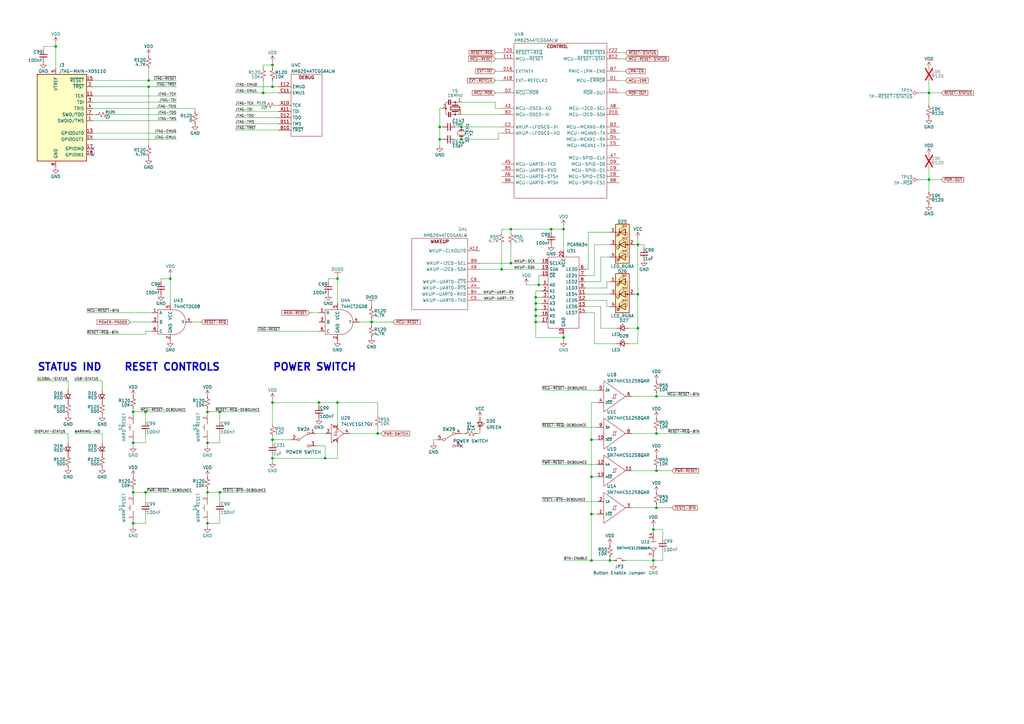
<source format=kicad_sch>
(kicad_sch (version 20230121) (generator eeschema)
  (paper "A3")
  (title_block (title "Benchy Reloaded") (rev "REV4") (company "Daxxn Industries"))
  (lib_symbols
    (symbol "Connector:TestPoint_Alt" (pin_numbers hide) (pin_names (offset 0.762) hide)
      (property "Reference" "TP" (at 0 6.858 0))
      (property "Value" "TestPoint_Alt" (at 0 5.08 0))
      (symbol "TestPoint_Alt_1_1"
        (pin passive line (at 0 0 90) (length 2.54) (name "1") (number "1"))
      )
    )
    (symbol "Daxxn_Buttons:GENERIC-SWITCH-2P"
      (property "Reference" "S" (at 0 5.08 0))
      (property "Value" "GENERIC-SWITCH-2P" (at 0 3.81 0))
      (property "PartNumber" "1101-0000" (at 0 -1.27 0))
      (symbol "GENERIC-SWITCH-2P_0_0"
        (pin passive line (at -5.08 0 0) (length 2.54) (name "~") (number "1"))
        (pin passive line (at 5.08 0 180) (length 2.54) (name "~") (number "2"))
      )
    )
    (symbol "Daxxn_Buttons:SW_DPDT_DUAL" (pin_names (offset 0) hide)
      (property "Reference" "SW" (at 0 4.318 0))
      (property "Value" "SW_DPDT_DUAL" (at 0 -5.08 0))
      (symbol "SW_DPDT_DUAL_1_1"
        (pin passive line (at 5.08 2.54 180) (length 2.54) (name "A") (number "1"))
        (pin passive line (at -5.08 0 0) (length 2.54) (name "B") (number "2"))
        (pin passive line (at 5.08 -2.54 180) (length 2.54) (name "C") (number "3"))
      )
      (symbol "SW_DPDT_DUAL_2_1"
        (pin passive line (at 5.08 2.54 180) (length 2.54) (name "A") (number "4"))
        (pin passive line (at -5.08 0 0) (length 2.54) (name "B") (number "5"))
        (pin passive line (at 5.08 -2.54 180) (length 2.54) (name "C") (number "6"))
      )
    )
    (symbol "Daxxn_Connectors:JTAG-MAIN-XDS110" (pin_names (offset 1.016))
      (property "Reference" "J" (at 1.27 21.59 0))
      (property "Value" "JTAG-MAIN-XDS110" (at 1.27 19.05 0))
      (symbol "JTAG-MAIN-XDS110_1_1"
        (pin bidirectional line (at 15.24 -1.27 180) (length 2.54) (name "SWDIO/TMS") (number "1"))
        (pin power_in line (at 0 -20.32 90) (length 2.54) hide (name "GND") (number "10"))
        (pin output line (at 15.24 8.89 180) (length 2.54) (name "TCK") (number "11"))
        (pin power_in line (at 0 -20.32 90) (length 2.54) hide (name "GND") (number "12"))
        (pin bidirectional line (at 15.24 -6.35 180) (length 2.54) (name "GPIOOUT0") (number "13"))
        (pin bidirectional line (at 15.24 -8.89 180) (length 2.54) (name "GPIOOUT1") (number "14"))
        (pin output line (at 15.24 15.24 180) (length 2.54) (name "~{RESET}") (number "15"))
        (pin power_in line (at 0 -20.32 90) (length 2.54) hide (name "GND") (number "16"))
        (pin bidirectional line (at 15.24 -12.7 180) (length 2.54) (name "GPIOIN0") (number "17"))
        (pin bidirectional line (at 15.24 -15.24 180) (length 2.54) (name "GPIOIN1") (number "18"))
        (pin no_connect line (at -5.08 -6.35 90) (length 2.54) hide (name "NC") (number "19"))
        (pin output line (at 15.24 12.7 180) (length 2.54) (name "~{TRST}") (number "2"))
        (pin power_in line (at 0 -20.32 90) (length 2.54) hide (name "GND") (number "20"))
        (pin input line (at 15.24 6.35 180) (length 2.54) (name "TDI") (number "3"))
        (pin input line (at 15.24 3.81 180) (length 2.54) (name "TDIS") (number "4"))
        (pin power_in line (at 0 20.32 270) (length 2.54) (name "VTREF") (number "5"))
        (pin bidirectional line (at -3.81 -3.81 270) (length 2.54) hide (name "KEY") (number "6"))
        (pin output line (at 15.24 1.27 180) (length 2.54) (name "SWO/TDO") (number "7"))
        (pin power_in line (at 0 -20.32 90) (length 2.54) (name "GND") (number "8"))
        (pin no_connect line (at -5.08 -6.35 90) (length 2.54) hide (name "NC") (number "9"))
      )
    )
    (symbol "Daxxn_Device:C" (pin_numbers hide) (pin_names (offset 0.254) hide)
      (property "Reference" "C" (at 0.254 1.524 0))
      (property "Value" "C" (at 0.254 -1.905 0))
      (symbol "C_1_1"
        (pin passive line (at 0 2.54 270) (length 2.032) (name "~") (number "1"))
        (pin passive line (at 0 -2.54 90) (length 2.032) (name "~") (number "2"))
      )
    )
    (symbol "Daxxn_Device:Crystal_Floating" (pin_numbers hide) (pin_names (offset 1.016) hide)
      (property "Reference" "Y" (at 0 4.064 0))
      (property "Value" "Crystal_Floating" (at 0 2.413 0))
      (symbol "Crystal_Floating_1_1"
        (pin passive line (at -2.54 0 0) (length 1.27) (name "1") (number "1"))
        (pin passive line (at 2.54 0 180) (length 1.27) (name "2") (number "2"))
      )
    )
    (symbol "Daxxn_Device:LED" (pin_numbers hide) (pin_names (offset 0.254) hide)
      (property "Reference" "D" (at -1.27 3.175 0))
      (property "Value" "LED" (at -4.445 -2.54 0))
      (symbol "LED_1_1"
        (pin passive line (at -2.54 0 0) (length 1.778) (name "K") (number "1"))
        (pin passive line (at 2.54 0 180) (length 1.778) (name "A") (number "2"))
      )
    )
    (symbol "Daxxn_Device:R" (pin_numbers hide) (pin_names (offset 0.254) hide)
      (property "Reference" "R" (at 1.016 0.635 0))
      (property "Value" "R" (at 1.016 -1.016 0))
      (symbol "R_1_1"
        (pin passive line (at 0 2.54 270) (length 1.016) (name "~") (number "1"))
        (pin passive line (at 0 -2.54 90) (length 1.016) (name "~") (number "2"))
      )
    )
    (symbol "Daxxn_Device:Resonator" (pin_names (offset 1.016) hide)
      (property "Reference" "Y" (at -7.112 0 90))
      (property "Value" "Resonator" (at -5.334 0 90))
      (symbol "Resonator_1_1"
        (pin passive line (at -2.54 2.54 270) (length 1.27) (name "1") (number "1"))
        (pin passive line (at 0 -5.08 90) (length 1.27) (name "2") (number "2"))
        (pin passive line (at 2.54 2.54 270) (length 1.27) (name "3") (number "3"))
      )
    )
    (symbol "Daxxn_IC:PCA9634_TSSOP20"
      (property "Reference" "U" (at 1.27 16.51 0))
      (property "Value" "PCA9634_TSSOP20" (at 1.27 19.05 0))
      (property "PartNumber" "0806-0003" (at 1.27 21.59 0))
      (symbol "PCA9634_TSSOP20_0_0"
        (pin input line (at -8.89 2.54 0) (length 2.54) (name "A0") (number "1"))
        (pin power_in line (at 0 -17.78 90) (length 2.54) (name "GND") (number "10"))
        (pin output line (at 8.89 -1.27 180) (length 2.54) (name "LED4") (number "11"))
        (pin output line (at 8.89 -3.81 180) (length 2.54) (name "LED5") (number "12"))
        (pin output line (at 8.89 -6.35 180) (length 2.54) (name "LED6") (number "13"))
        (pin output line (at 8.89 -8.89 180) (length 2.54) (name "LED7") (number "14"))
        (pin input line (at -8.89 6.35 0) (length 2.54) (name "~{OE}") (number "15"))
        (pin input line (at -8.89 -10.16 0) (length 2.54) (name "A5") (number "16"))
        (pin input line (at -8.89 -12.7 0) (length 2.54) (name "A6") (number "17"))
        (pin input line (at -8.89 11.43 0) (length 2.54) (name "SCLK") (number "18"))
        (pin bidirectional line (at -8.89 8.89 0) (length 2.54) (name "SDA") (number "19"))
        (pin input line (at -8.89 0 0) (length 2.54) (name "A1") (number "2"))
        (pin power_in line (at 0 16.51 270) (length 2.54) (name "VCC") (number "20"))
        (pin input line (at -8.89 -2.54 0) (length 2.54) (name "A2") (number "3"))
        (pin input line (at -8.89 -5.08 0) (length 2.54) (name "A3") (number "4"))
        (pin input line (at -8.89 -7.62 0) (length 2.54) (name "A4") (number "5"))
        (pin output line (at 8.89 8.89 180) (length 2.54) (name "LED0") (number "6"))
        (pin output line (at 8.89 6.35 180) (length 2.54) (name "LED1") (number "7"))
        (pin output line (at 8.89 3.81 180) (length 2.54) (name "LED2") (number "8"))
        (pin output line (at 8.89 1.27 180) (length 2.54) (name "LED3") (number "9"))
      )
    )
    (symbol "Daxxn_LEDs:LED_RGBA" (pin_names (offset 0) hide)
      (property "Reference" "D" (at 0 9.398 0))
      (property "Value" "LED_RGBA" (at 0 -8.89 0))
      (symbol "LED_RGBA_0_0"
        (text "B" (at -1.905 -6.35 0) (effects (font (size 1.27 1.27))))
        (text "G" (at -1.905 -1.27 0) (effects (font (size 1.27 1.27))))
        (text "R" (at -1.905 3.81 0) (effects (font (size 1.27 1.27))))
      )
      (symbol "LED_RGBA_1_1"
        (pin passive line (at -5.08 5.08 0) (length 2.54) (name "RK") (number "1"))
        (pin passive line (at 5.08 0 180) (length 2.54) (name "GK") (number "2"))
        (pin passive line (at -5.08 0 0) (length 2.54) (name "BK") (number "3"))
        (pin passive line (at -5.08 -5.08 0) (length 2.54) (name "A") (number "4"))
      )
    )
    (symbol "Daxxn_Logic:74LVC1G17GV"
      (property "Reference" "U" (at 3.81 6.35 0))
      (property "Value" "74LVC1G17GV" (at 3.81 3.81 0))
      (symbol "74LVC1G17GV_0_0"
        (pin no_connect line (at 15.24 11.43 0) (length 2.54) hide (name "NC") (number "1"))
        (pin input line (at -2.54 0 0) (length 2.54) (name "A") (number "2"))
        (pin power_in line (at 2.54 -3.81 90) (length 1.9) (name "GND") (number "3"))
        (pin output line (at 7.62 0 180) (length 2.54) (name "Y") (number "4"))
        (pin power_in line (at 2.54 3.81 270) (length 1.9) (name "VCC") (number "5"))
      )
    )
    (symbol "Daxxn_Logic:SN74HCS125BQAR"
      (property "Reference" "U" (at 1.27 8.89 0))
      (property "Value" "SN74HCS125BQAR" (at 1.27 6.35 0))
      (symbol "SN74HCS125BQAR_1_0"
        (pin input line (at -2.54 -2.54 0) (length 2.54) (name "1~{OE}") (number "1"))
        (pin input line (at -2.54 2.54 0) (length 2.54) (name "1A") (number "2"))
        (pin tri_state line (at 11.43 0 180) (length 2.54) (name "1Y") (number "3"))
      )
      (symbol "SN74HCS125BQAR_2_0"
        (pin input line (at -2.54 -2.54 0) (length 2.54) (name "2~{OE}") (number "4"))
        (pin input line (at -2.54 2.54 0) (length 2.54) (name "2A") (number "5"))
        (pin tri_state line (at 11.43 0 180) (length 2.54) (name "2Y") (number "6"))
      )
      (symbol "SN74HCS125BQAR_3_0"
        (pin input line (at -2.54 -2.54 0) (length 2.54) (name "3~{OE}") (number "10"))
        (pin tri_state line (at 11.43 0 180) (length 2.54) (name "3Y") (number "8"))
        (pin input line (at -2.54 2.54 0) (length 2.54) (name "3A") (number "9"))
      )
      (symbol "SN74HCS125BQAR_4_0"
        (pin tri_state line (at 11.43 0 180) (length 2.54) (name "4Y") (number "11"))
        (pin input line (at -2.54 2.54 0) (length 2.54) (name "4A") (number "12"))
        (pin input line (at -2.54 -2.54 0) (length 2.54) (name "4~{OE}") (number "13"))
      )
      (symbol "SN74HCS125BQAR_5_0"
        (pin power_in line (at 0 5.08 270) (length 2.54) (name "VCC") (number "14"))
        (pin power_in line (at 0 -5.08 90) (length 2.54) hide (name "GND") (number "15"))
        (pin power_in line (at 0 -5.08 90) (length 2.54) (name "GND") (number "7"))
      )
    )
    (symbol "Daxxn_Logic:SN74LVC1G11DRYR"
      (property "Reference" "U" (at 1.27 8.89 0))
      (property "Value" "74HCT2G08" (at 1.27 6.35 0))
      (symbol "SN74LVC1G11DRYR_0_0"
        (pin input line (at -7.62 3.81 0) (length 2.54) (name "A") (number "1"))
        (pin power_in line (at 0 -7.62 90) (length 2.54) (name "GND") (number "2"))
        (pin input line (at -7.62 0 0) (length 2.54) (name "B") (number "3"))
        (pin output line (at 8.89 0 180) (length 2.54) (name "Y") (number "4"))
        (pin power_in line (at 0 7.62 270) (length 2.54) (name "VCC") (number "5"))
        (pin input line (at -7.62 -3.81 0) (length 2.54) (name "C") (number "6"))
      )
    )
    (symbol "Daxxn_Other:Jumper" (pin_names (offset 0) hide)
      (property "Reference" "JP" (at 0 3.81 0))
      (property "Value" "Jumper" (at 0 2.032 0))
      (symbol "Jumper_1_1"
        (pin passive line (at -2.54 0 0) (length 1.27) (name "A") (number "1"))
        (pin passive line (at 2.54 0 180) (length 1.27) (name "B") (number "2"))
      )
    )
    (symbol "Daxxn_Power:DVDD" (power) (in_bom no) (on_board no)
      (property "Value" "DVDD" (at 0 3.81 0))
      (symbol "DVDD_0_0"
        (pin power_in line (at 0 0 90) (length 0) hide (name "DVDD") (number "1"))
      )
    )
    (symbol "Daxxn_TIMicros:AM6254ATCGGAALW"
      (property "Reference" "U" (at 0 3.81 0))
      (property "Value" "AM6254ATCGGAALW" (at 0 1.27 0))
      (symbol "AM6254ATCGGAALW_1_1"
        (text "POWER" (at 12.7 -2.54 0) (effects (font (size 2 2) bold)))
        (text "PROG. SUPPLY" (at 20.32 -6.35 0) (effects (font (size 0.8 0.8)) (justify right)))
        (text "x17" (at 11.43 -41.91 0) (effects (font (size 1.27 1.27)) (justify left)))
        (text "x2" (at 10.16 -27.94 0) (effects (font (size 1.27 1.27)) (justify left)))
        (text "x2" (at 10.16 -15.24 0) (effects (font (size 1.27 1.27)) (justify left)))
        (text "x2" (at 10.16 -12.7 0) (effects (font (size 1.27 1.27)) (justify left)))
        (text "x2" (at 13.97 -10.16 0) (effects (font (size 1.27 1.27)) (justify left)))
        (text "x4" (at 10.16 -17.78 0) (effects (font (size 1.27 1.27)) (justify left)))
        (text "x4" (at 11.43 -95.25 0) (effects (font (size 1.27 1.27)) (justify left)))
        (text "x62" (at 5.08 -130.81 0) (effects (font (size 1.27 1.27)) (justify left)))
        (text "x8" (at 12.7 -52.07 0) (effects (font (size 1.27 1.27)) (justify left)))
        (pin power_in line (at -5.08 -130.81 0) (length 5.08) (name "VSS") (number "A1"))
        (pin no_connect line (at 11.43 35.56 0) (length 5.08) hide (name "RSVD1") (number "A2"))
        (pin power_in line (at -5.08 -130.81 0) (length 5.08) hide (name "VSS") (number "A24"))
        (pin power_in line (at -5.08 -130.81 0) (length 5.08) hide (name "VSS") (number "A25"))
        (pin power_in line (at -5.08 -130.81 0) (length 5.08) hide (name "VSS") (number "AA11"))
        (pin no_connect line (at 11.43 22.86 0) (length 5.08) hide (name "RSVD6") (number "AA12"))
        (pin power_in line (at -5.08 -130.81 0) (length 5.08) hide (name "VSS") (number "AB9"))
        (pin power_in line (at -5.08 -130.81 0) (length 5.08) hide (name "VSS") (number "AD1"))
        (pin power_in line (at -5.08 -130.81 0) (length 5.08) hide (name "VSS") (number "AD12"))
        (pin power_in line (at -5.08 -130.81 0) (length 5.08) hide (name "VSS") (number "AD16"))
        (pin power_in line (at -5.08 -130.81 0) (length 5.08) hide (name "VSS") (number "AD25"))
        (pin power_in line (at -5.08 -130.81 0) (length 5.08) hide (name "VSS") (number "AD9"))
        (pin power_in line (at -5.08 -130.81 0) (length 5.08) hide (name "VSS") (number "AE1"))
        (pin power_in line (at -5.08 -130.81 0) (length 5.08) hide (name "VSS") (number "AE12"))
        (pin power_in line (at -5.08 -130.81 0) (length 5.08) hide (name "VSS") (number "AE16"))
        (pin no_connect line (at 11.43 30.48 0) (length 5.08) hide (name "RSVD3") (number "AE2"))
        (pin power_in line (at -5.08 -130.81 0) (length 5.08) hide (name "VSS") (number "AE24"))
        (pin power_in line (at -5.08 -130.81 0) (length 5.08) hide (name "VSS") (number "AE25"))
        (pin power_in line (at -5.08 -130.81 0) (length 5.08) hide (name "VSS") (number "AE8"))
        (pin no_connect line (at 11.43 38.1 0) (length 5.08) hide (name "RSVD0") (number "B1"))
        (pin power_in line (at -5.08 -130.81 0) (length 5.08) hide (name "VSS") (number "B25"))
        (pin no_connect line (at 11.43 17.78 0) (length 5.08) hide (name "RSVD8") (number "E7"))
        (pin power_in line (at -5.08 -10.16 0) (length 5.08) (name "VDDSHV-MCU") (number "F11"))
        (pin power_in line (at -5.08 -130.81 0) (length 5.08) hide (name "VSS") (number "F13"))
        (pin power_in line (at -5.08 -12.7 0) (length 5.08) (name "VDDSHV0") (number "F15"))
        (pin no_connect line (at 11.43 33.02 0) (length 5.08) hide (name "RSVD2") (number "F6"))
        (pin power_in line (at -5.08 -44.45 0) (length 5.08) (name "VDD-CANUART") (number "F8"))
        (pin power_in line (at -5.08 -10.16 0) (length 5.08) hide (name "VDDSHV-MCU") (number "G12"))
        (pin power_in line (at -5.08 -130.81 0) (length 5.08) hide (name "VSS") (number "G13"))
        (pin power_in line (at -5.08 -12.7 0) (length 5.08) hide (name "VDDSHV0") (number "G14"))
        (pin power_in line (at -5.08 -69.85 0) (length 5.08) (name "VDDA-TEMP1") (number "G16"))
        (pin power_in line (at -5.08 -87.63 0) (length 5.08) (name "VDDSHV5") (number "G17"))
        (pin power_in line (at -5.08 -130.81 0) (length 5.08) hide (name "VSS") (number "G19"))
        (pin power_in line (at -5.08 -82.55 0) (length 5.08) (name "VDDS-OSC0") (number "G7"))
        (pin power_in line (at -5.08 -100.33 0) (length 5.08) (name "CAP-VDDS-CANUART") (number "G9"))
        (pin power_in line (at -5.08 -120.65 0) (length 5.08) (name "CAP-VDDS-MCU") (number "H11"))
        (pin power_in line (at -5.08 -130.81 0) (length 5.08) hide (name "VSS") (number "H13"))
        (pin power_in line (at -5.08 -102.87 0) (length 5.08) (name "CAP-VDDS0") (number "H15"))
        (pin power_in line (at -5.08 -130.81 0) (length 5.08) hide (name "VSS") (number "H16"))
        (pin power_in line (at -5.08 -115.57 0) (length 5.08) (name "CAP-VDDS5") (number "H17"))
        (pin power_in line (at -5.08 -130.81 0) (length 5.08) hide (name "VSS") (number "H18"))
        (pin power_in line (at -5.08 -130.81 0) (length 5.08) hide (name "VSS") (number "H20"))
        (pin power_in line (at -5.08 -41.91 0) (length 5.08) (name "VDD-CORE") (number "H8"))
        (pin power_in line (at -5.08 -20.32 0) (length 5.08) (name "VDDSHV-CANUART") (number "H9"))
        (pin power_in line (at -5.08 -41.91 0) (length 5.08) hide (name "VDD-CORE") (number "J11"))
        (pin power_in line (at -5.08 -52.07 0) (length 5.08) (name "VDDR-CORE") (number "J12"))
        (pin power_in line (at -5.08 -130.81 0) (length 5.08) hide (name "VSS") (number "J13"))
        (pin power_in line (at -5.08 -41.91 0) (length 5.08) hide (name "VDD-CORE") (number "J14"))
        (pin power_in line (at -5.08 -33.02 0) (length 5.08) (name "VDDSHV6") (number "J18"))
        (pin power_in line (at -5.08 -118.11 0) (length 5.08) (name "CAP-VDDS6") (number "J19"))
        (pin power_in line (at -5.08 -130.81 0) (length 5.08) hide (name "VSS") (number "J7"))
        (pin power_in line (at 30.48 -6.35 180) (length 5.08) (name "VPP") (number "J8"))
        (pin power_in line (at -5.08 -130.81 0) (length 5.08) hide (name "VSS") (number "K13"))
        (pin power_in line (at -5.08 -130.81 0) (length 5.08) hide (name "VSS") (number "K15"))
        (pin power_in line (at -5.08 -52.07 0) (length 5.08) hide (name "VDDR-CORE") (number "K16"))
        (pin power_in line (at -5.08 -41.91 0) (length 5.08) hide (name "VDD-CORE") (number "K17"))
        (pin power_in line (at -5.08 -105.41 0) (length 5.08) (name "CAP-VDDS1") (number "K18"))
        (pin power_in line (at -5.08 -130.81 0) (length 5.08) hide (name "VSS") (number "K19"))
        (pin power_in line (at -5.08 -130.81 0) (length 5.08) hide (name "VSS") (number "K7"))
        (pin power_in line (at -5.08 -95.25 0) (length 5.08) (name "VDDS-DDR") (number "K9"))
        (pin power_in line (at -5.08 -57.15 0) (length 5.08) (name "VDDA-MCU") (number "L11"))
        (pin power_in line (at -5.08 -41.91 0) (length 5.08) hide (name "VDD-CORE") (number "L12"))
        (pin power_in line (at -5.08 -64.77 0) (length 5.08) (name "VDDA-PLL2") (number "L14"))
        (pin power_in line (at -5.08 -41.91 0) (length 5.08) hide (name "VDD-CORE") (number "L15"))
        (pin power_in line (at -5.08 -27.94 0) (length 5.08) hide (name "VDDSHV1") (number "L18"))
        (pin power_in line (at -5.08 -130.81 0) (length 5.08) hide (name "VSS") (number "L20"))
        (pin power_in line (at -5.08 -95.25 0) (length 5.08) hide (name "VDDS-DDR") (number "L8"))
        (pin power_in line (at -5.08 -130.81 0) (length 5.08) hide (name "VSS") (number "M10"))
        (pin power_in line (at -5.08 -130.81 0) (length 5.08) hide (name "VSS") (number "M12"))
        (pin power_in line (at -5.08 -130.81 0) (length 5.08) hide (name "VSS") (number "M13"))
        (pin power_in line (at -5.08 -41.91 0) (length 5.08) hide (name "VDD-CORE") (number "M16"))
        (pin power_in line (at -5.08 -130.81 0) (length 5.08) hide (name "VSS") (number "M17"))
        (pin power_in line (at -5.08 -130.81 0) (length 5.08) hide (name "VSS") (number "M18"))
        (pin power_in line (at -5.08 -27.94 0) (length 5.08) (name "VDDSHV1") (number "M19"))
        (pin power_in line (at -5.08 -130.81 0) (length 5.08) hide (name "VSS") (number "M7"))
        (pin power_in line (at -5.08 -130.81 0) (length 5.08) hide (name "VSS") (number "M8"))
        (pin power_in line (at -5.08 -92.71 0) (length 5.08) (name "VDDS-DDR-C") (number "M9"))
        (pin power_in line (at -5.08 -41.91 0) (length 5.08) hide (name "VDD-CORE") (number "N11"))
        (pin power_in line (at -5.08 -52.07 0) (length 5.08) hide (name "VDDR-CORE") (number "N12"))
        (pin power_in line (at -5.08 -41.91 0) (length 5.08) hide (name "VDD-CORE") (number "N13"))
        (pin power_in line (at -5.08 -52.07 0) (length 5.08) hide (name "VDDR-CORE") (number "N14"))
        (pin power_in line (at -5.08 -130.81 0) (length 5.08) hide (name "VSS") (number "N15"))
        (pin power_in line (at -5.08 -17.78 0) (length 5.08) hide (name "VDDSHV3") (number "N18"))
        (pin power_in line (at -5.08 -41.91 0) (length 5.08) hide (name "VDD-CORE") (number "N8"))
        (pin power_in line (at -5.08 -130.81 0) (length 5.08) hide (name "VSS") (number "P10"))
        (pin power_in line (at -5.08 -130.81 0) (length 5.08) hide (name "VSS") (number "P13"))
        (pin power_in line (at -5.08 -52.07 0) (length 5.08) hide (name "VDDR-CORE") (number "P16"))
        (pin power_in line (at -5.08 -41.91 0) (length 5.08) hide (name "VDD-CORE") (number "P17"))
        (pin power_in line (at -5.08 -17.78 0) (length 5.08) hide (name "VDDSHV3") (number "P18"))
        (pin power_in line (at -5.08 -110.49 0) (length 5.08) (name "CAP-VDDS3") (number "P19"))
        (pin power_in line (at -5.08 -130.81 0) (length 5.08) hide (name "VSS") (number "P7"))
        (pin power_in line (at -5.08 -95.25 0) (length 5.08) hide (name "VDDS-DDR") (number "P9"))
        (pin power_in line (at -5.08 -41.91 0) (length 5.08) hide (name "VDD-CORE") (number "R11"))
        (pin power_in line (at -5.08 -52.07 0) (length 5.08) hide (name "VDDR-CORE") (number "R12"))
        (pin power_in line (at -5.08 -130.81 0) (length 5.08) hide (name "VSS") (number "R13"))
        (pin power_in line (at -5.08 -41.91 0) (length 5.08) hide (name "VDD-CORE") (number "R14"))
        (pin power_in line (at -5.08 -130.81 0) (length 5.08) hide (name "VSS") (number "R15"))
        (pin power_in line (at -5.08 -130.81 0) (length 5.08) hide (name "VSS") (number "R18"))
        (pin power_in line (at -5.08 -130.81 0) (length 5.08) hide (name "VSS") (number "R20"))
        (pin power_in line (at -5.08 -95.25 0) (length 5.08) hide (name "VDDS-DDR") (number "R8"))
        (pin power_in line (at -5.08 -52.07 0) (length 5.08) hide (name "VDDR-CORE") (number "T10"))
        (pin power_in line (at -5.08 -130.81 0) (length 5.08) hide (name "VSS") (number "T13"))
        (pin power_in line (at -5.08 -130.81 0) (length 5.08) hide (name "VSS") (number "T14"))
        (pin power_in line (at -5.08 -130.81 0) (length 5.08) hide (name "VSS") (number "T16"))
        (pin power_in line (at -5.08 -130.81 0) (length 5.08) hide (name "VSS") (number "T17"))
        (pin power_in line (at -5.08 -130.81 0) (length 5.08) hide (name "VSS") (number "T18"))
        (pin power_in line (at -5.08 -17.78 0) (length 5.08) (name "VDDSHV3") (number "T19"))
        (pin no_connect line (at 11.43 27.94 0) (length 5.08) hide (name "RSVD4") (number "T2"))
        (pin power_in line (at -5.08 -30.48 0) (length 5.08) (name "VDDSHV4") (number "T7"))
        (pin power_in line (at -5.08 -130.81 0) (length 5.08) hide (name "VSS") (number "T8"))
        (pin power_in line (at -5.08 -67.31 0) (length 5.08) (name "VDDA-TEMP0") (number "T9"))
        (pin power_in line (at -5.08 -59.69 0) (length 5.08) (name "VDDA-PLL0") (number "U11"))
        (pin power_in line (at -5.08 -41.91 0) (length 5.08) hide (name "VDD-CORE") (number "U12"))
        (pin power_in line (at -5.08 -52.07 0) (length 5.08) hide (name "VDDR-CORE") (number "U14"))
        (pin power_in line (at -5.08 -62.23 0) (length 5.08) (name "VDDA-PLL1") (number "U15"))
        (pin power_in line (at -5.08 -17.78 0) (length 5.08) hide (name "VDDSHV3") (number "U18"))
        (pin power_in line (at -5.08 -130.81 0) (length 5.08) hide (name "VSS") (number "U19"))
        (pin no_connect line (at 11.43 25.4 0) (length 5.08) hide (name "RSVD5") (number "U4"))
        (pin power_in line (at -5.08 -113.03 0) (length 5.08) (name "CAP-VDDS4") (number "U7"))
        (pin power_in line (at -5.08 -130.81 0) (length 5.08) hide (name "VSS") (number "U8"))
        (pin power_in line (at -5.08 -130.81 0) (length 5.08) hide (name "VSS") (number "V10"))
        (pin power_in line (at -5.08 -130.81 0) (length 5.08) hide (name "VSS") (number "V11"))
        (pin power_in line (at -5.08 -130.81 0) (length 5.08) hide (name "VSS") (number "V13"))
        (pin power_in line (at -5.08 -41.91 0) (length 5.08) hide (name "VDD-CORE") (number "V15"))
        (pin power_in line (at -5.08 -130.81 0) (length 5.08) hide (name "VSS") (number "V16"))
        (pin power_in line (at -5.08 -41.91 0) (length 5.08) hide (name "VDD-CORE") (number "V17"))
        (pin power_in line (at -5.08 -130.81 0) (length 5.08) hide (name "VSS") (number "V18"))
        (pin power_in line (at -5.08 -41.91 0) (length 5.08) hide (name "VDD-CORE") (number "V8"))
        (pin power_in line (at -5.08 -130.81 0) (length 5.08) hide (name "VSS") (number "V9"))
        (pin power_in line (at -5.08 -74.93 0) (length 5.08) (name "VDDA-1P8-OLDI0") (number "W10"))
        (pin power_in line (at -5.08 -49.53 0) (length 5.08) (name "VDDA-CORE-USB") (number "W12"))
        (pin power_in line (at -5.08 -46.99 0) (length 5.08) (name "VDDA-CORE-CSIRX0") (number "W13"))
        (pin power_in line (at -5.08 -72.39 0) (length 5.08) (name "VDDA-1P8-CSIRX0") (number "W14"))
        (pin power_in line (at -5.08 -15.24 0) (length 5.08) hide (name "VDDSHV2") (number "W16"))
        (pin power_in line (at -5.08 -107.95 0) (length 5.08) (name "CAP-VDDS2") (number "W17"))
        (pin power_in line (at -5.08 -15.24 0) (length 5.08) (name "VDDSHV2") (number "W19"))
        (pin power_in line (at -5.08 -130.81 0) (length 5.08) hide (name "VSS") (number "W7"))
        (pin power_in line (at -5.08 -77.47 0) (length 5.08) (name "VDDA-1P8-OLDI0") (number "W9"))
        (pin power_in line (at -5.08 -80.01 0) (length 5.08) (name "VDDA-1P8-USB") (number "Y11"))
        (pin power_in line (at -5.08 -22.86 0) (length 5.08) (name "VDDA-3P3-USB") (number "Y13"))
        (pin no_connect line (at 11.43 20.32 0) (length 5.08) hide (name "RSVD7") (number "Y15"))
        (pin power_in line (at -5.08 -130.81 0) (length 5.08) hide (name "VSS") (number "Y2"))
      )
      (symbol "AM6254ATCGGAALW_2_1"
        (text "CONTROL" (at 17.78 -1.27 0) (effects (font (size 1.27 1.27) bold)))
        (pin input line (at -5.08 -15.24 0) (length 5.08) (name "EXT-REFCLK1") (number "A18"))
        (pin output line (at -5.08 -26.67 0) (length 5.08) (name "MCU-OSC0-XO") (number "A3"))
        (pin bidirectional line (at -5.08 -49.53 0) (length 5.08) (name "MCU-UART0-TXD") (number "A5"))
        (pin bidirectional line (at -5.08 -54.61 0) (length 5.08) (name "MCU-UART0-CTSn") (number "A6"))
        (pin bidirectional line (at 43.18 -46.99 180) (length 5.08) (name "MCU-SPI0-CLK") (number "A7"))
        (pin bidirectional line (at 43.18 -26.67 180) (length 5.08) (name "MCU-I2C0-SCL") (number "A8"))
        (pin output line (at 43.18 -6.35 180) (length 5.08) (name "MCU-~{RESET-STAT}") (number "B12"))
        (pin input line (at -5.08 -29.21 0) (length 5.08) (name "MCU-OSC0-XI") (number "B2"))
        (pin input line (at 43.18 -34.29 180) (length 5.08) (name "MCU-MCAN0-RX") (number "B3"))
        (pin input line (at -5.08 -52.07 0) (length 5.08) (name "MCU-UART0-RXD") (number "B5"))
        (pin output line (at -5.08 -57.15 0) (length 5.08) (name "MCU-UART0-RTSn") (number "B6"))
        (pin output line (at 43.18 -11.43 180) (length 5.08) (name "PMIC-LPM-EN0") (number "B7"))
        (pin bidirectional line (at 43.18 -57.15 180) (length 5.08) (name "MCU-SPI0-CS1") (number "B8"))
        (pin output line (at -5.08 -36.83 0) (length 5.08) (name "WKUP-LFOSC0-XO") (number "C1"))
        (pin input line (at -5.08 -34.29 0) (length 5.08) (name "WKUP-LFOSC0-XI") (number "C2"))
        (pin bidirectional line (at 43.18 -52.07 180) (length 5.08) (name "MCU-SPI0-D1") (number "C9"))
        (pin bidirectional line (at 43.18 -15.24 180) (length 5.08) (name "MCU-~{ERROR}") (number "D1"))
        (pin bidirectional line (at 43.18 -29.21 180) (length 5.08) (name "MCU-I2C0-SDA") (number "D10"))
        (pin input line (at -5.08 -11.43 0) (length 5.08) (name "EXTINTn") (number "D16"))
        (pin input line (at -5.08 -20.32 0) (length 5.08) (name "~{MCU-POR}") (number "D2"))
        (pin input line (at 43.18 -39.37 180) (length 5.08) (name "MCU-MCAN1-RX") (number "D4"))
        (pin output line (at 43.18 -36.83 180) (length 5.08) (name "MCU-MCAN0-TX") (number "D6"))
        (pin bidirectional line (at 43.18 -49.53 180) (length 5.08) (name "MCU-SPI0-D0") (number "D9"))
        (pin input line (at -5.08 -6.35 0) (length 5.08) (name "MCU-~{RESET}") (number "E11"))
        (pin output line (at 43.18 -20.32 180) (length 5.08) (name "~{POR}-OUT") (number "E21"))
        (pin output line (at 43.18 -41.91 180) (length 5.08) (name "MCU-MCAN1-TX") (number "E5"))
        (pin bidirectional line (at 43.18 -54.61 180) (length 5.08) (name "MCU-SPI0-CS0") (number "E8"))
        (pin input line (at -5.08 -3.81 0) (length 5.08) (name "~{RESET-REQ}") (number "F20"))
        (pin output line (at 43.18 -3.81 180) (length 5.08) (name "~{RESETSTA}") (number "F22"))
      )
      (symbol "AM6254ATCGGAALW_3_1"
        (text "DEBUG" (at 6.35 -1.27 0) (effects (font (size 1.27 1.27) bold)))
        (pin input line (at -5.08 -12.7 0) (length 5.08) (name "TCK") (number "A10"))
        (pin input line (at -5.08 -15.24 0) (length 5.08) (name "TDI") (number "A11"))
        (pin input line (at -5.08 -22.86 0) (length 5.08) (name "~{TRST}") (number "B10"))
        (pin input line (at -5.08 -20.32 0) (length 5.08) (name "TMS") (number "B11"))
        (pin bidirectional line (at -5.08 -7.62 0) (length 5.08) (name "EMU1") (number "C11"))
        (pin output line (at -5.08 -17.78 0) (length 5.08) (name "TDO") (number "D12"))
        (pin bidirectional line (at -5.08 -5.08 0) (length 5.08) (name "EMU0") (number "E12"))
      )
      (symbol "AM6254ATCGGAALW_4_1"
        (text "DDR MEMORY" (at 25.4 -2.54 0) (effects (font (size 1.27 1.27) bold)))
        (pin bidirectional line (at 55.88 -66.04 180) (length 5.08) (name "DDR0-DQS0+") (number "E1"))
        (pin bidirectional line (at 55.88 -68.58 180) (length 5.08) (name "DDR0-DQS0-") (number "E2"))
        (pin bidirectional line (at 55.88 -55.88 180) (length 5.08) (name "DDR0-DQ4") (number "E3"))
        (pin bidirectional line (at 55.88 -63.5 180) (length 5.08) (name "DDR0-DQ7") (number "F1"))
        (pin bidirectional line (at 55.88 -60.96 180) (length 5.08) (name "DDR0-DQ6") (number "F2"))
        (pin bidirectional line (at 55.88 -50.8 180) (length 5.08) (name "DDR0-DQ2") (number "F3"))
        (pin bidirectional line (at 55.88 -45.72 180) (length 5.08) (name "DDR0-DQ0") (number "F4"))
        (pin output line (at -5.08 -25.4 0) (length 5.08) (name "DDR0-RESET0-n") (number "G1"))
        (pin bidirectional line (at 55.88 -58.42 180) (length 5.08) (name "DDR0-DQ5") (number "G2"))
        (pin bidirectional line (at 55.88 -48.26 180) (length 5.08) (name "DDR0-DQ1") (number "G5"))
        (pin output line (at -5.08 -77.47 0) (length 5.08) (name "DDR0-ODT0") (number "H1"))
        (pin output line (at -5.08 -58.42 0) (length 5.08) (name "DDR0-CKE0") (number "H2"))
        (pin bidirectional line (at -5.08 -64.77 0) (length 5.08) (name "DDR0-DM0") (number "H5"))
        (pin bidirectional line (at 55.88 -53.34 180) (length 5.08) (name "DDR0-DQ3") (number "H6"))
        (pin output line (at 55.88 -2.54 180) (length 5.08) (name "DDR0-A0") (number "J1"))
        (pin output line (at 55.88 -5.08 180) (length 5.08) (name "DDR0-A1") (number "J2"))
        (pin output line (at -5.08 -80.01 0) (length 5.08) (name "DDR0-ODT1") (number "J3"))
        (pin output line (at -5.08 -60.96 0) (length 5.08) (name "DDR0-CKE1") (number "J4"))
        (pin output line (at 55.88 -15.24 180) (length 5.08) (name "DDR0-A5") (number "K1"))
        (pin output line (at -5.08 -43.18 0) (length 5.08) (name "DDR0-~{CS1}") (number "K2"))
        (pin output line (at 55.88 -7.62 180) (length 5.08) (name "DDR0-A2") (number "K3"))
        (pin output line (at 55.88 -12.7 180) (length 5.08) (name "DDR0-A4") (number "K4"))
        (pin output line (at -5.08 -34.29 0) (length 5.08) (name "DDR0-CK0+") (number "L1"))
        (pin output line (at -5.08 -36.83 0) (length 5.08) (name "DDR0-CK0-") (number "L2"))
        (pin output line (at 55.88 -10.16 180) (length 5.08) (name "DDR0-A3") (number "L5"))
        (pin output line (at -5.08 -40.64 0) (length 5.08) (name "DDR0-~{CS0}") (number "L6"))
        (pin output line (at -5.08 -46.99 0) (length 5.08) (name "DDR0-BA0") (number "M1"))
        (pin passive line (at -5.08 -93.98 0) (length 5.08) (name "DDR0-CAL0") (number "M2"))
        (pin output line (at -5.08 -12.7 0) (length 5.08) (name "DDR0-CAS-n") (number "M4"))
        (pin output line (at -5.08 -20.32 0) (length 5.08) (name "DDR0-RAS-n") (number "M5"))
        (pin output line (at -5.08 -49.53 0) (length 5.08) (name "DDR0-BA1") (number "N1"))
        (pin output line (at -5.08 -73.66 0) (length 5.08) (name "DDR0-BG1") (number "N2"))
        (pin output line (at -5.08 -17.78 0) (length 5.08) (name "DDR0-WE-n") (number "N3"))
        (pin output line (at -5.08 -22.86 0) (length 5.08) (name "DDR0-ACT-n") (number "N6"))
        (pin output line (at 55.88 -22.86 180) (length 5.08) (name "DDR0-A8") (number "P1"))
        (pin output line (at 55.88 -20.32 180) (length 5.08) (name "DDR0-A7") (number "P2"))
        (pin output line (at 55.88 -25.4 180) (length 5.08) (name "DDR0-A9") (number "P4"))
        (pin output line (at 55.88 -30.48 180) (length 5.08) (name "DDR0-A11") (number "P5"))
        (pin output line (at 55.88 -35.56 180) (length 5.08) (name "DDR0-A13") (number "R1"))
        (pin output line (at 55.88 -17.78 180) (length 5.08) (name "DDR0-A6") (number "R2"))
        (pin bidirectional line (at -5.08 -10.16 0) (length 5.08) (name "DDR0-ALERT-n") (number "R3"))
        (pin output line (at 55.88 -27.94 180) (length 5.08) (name "DDR0-A10") (number "R5"))
        (pin output line (at 55.88 -33.02 180) (length 5.08) (name "DDR0-A12") (number "R6"))
        (pin output line (at -5.08 -15.24 0) (length 5.08) (name "DDR0-PAR") (number "T1"))
        (pin output line (at -5.08 -71.12 0) (length 5.08) (name "DDR0-BG0") (number "T4"))
        (pin bidirectional line (at 55.88 -71.12 180) (length 5.08) (name "DDR0-DQ8") (number "U1"))
        (pin bidirectional line (at 55.88 -76.2 180) (length 5.08) (name "DDR0-DQ10") (number "U2"))
        (pin bidirectional line (at 55.88 -73.66 180) (length 5.08) (name "DDR0-DQ9") (number "U3"))
        (pin bidirectional line (at 55.88 -91.44 180) (length 5.08) (name "DDR0-DQS1+") (number "V1"))
        (pin bidirectional line (at 55.88 -93.98 180) (length 5.08) (name "DDR0-DQS1-") (number "V2"))
        (pin bidirectional line (at 55.88 -78.74 180) (length 5.08) (name "DDR0-DQ11") (number "V5"))
        (pin bidirectional line (at 55.88 -83.82 180) (length 5.08) (name "DDR0-DQ13") (number "V6"))
        (pin bidirectional line (at 55.88 -88.9 180) (length 5.08) (name "DDR0-DQ15") (number "W1"))
        (pin bidirectional line (at 55.88 -81.28 180) (length 5.08) (name "DDR0-DQ12") (number "W2"))
        (pin bidirectional line (at -5.08 -67.31 0) (length 5.08) (name "DDR0-DM1") (number "W5"))
        (pin bidirectional line (at 55.88 -86.36 180) (length 5.08) (name "DDR0-DQ14") (number "Y1"))
      )
      (symbol "AM6254ATCGGAALW_5_1"
        (text "POWER MONITORS" (at 10.16 -1.27 0) (effects (font (size 1.27 1.27) bold)))
        (pin input line (at -5.08 -3.81 0) (length 5.08) (name "VMON-1P8-SOC") (number "G10"))
        (pin input line (at -5.08 -19.05 0) (length 5.08) (name "VMON-VSYS") (number "H10"))
        (pin input line (at -5.08 -11.43 0) (length 5.08) (name "VMON-3P3-SOC") (number "K10"))
      )
      (symbol "AM6254ATCGGAALW_6_1"
        (text "ETHERNET" (at 19.05 -2.54 0) (effects (font (size 1.27 1.27) bold)))
        (pin input line (at -5.08 -24.13 0) (length 5.08) (name "RGMII1-RD3") (number "AA15"))
        (pin output line (at 43.18 -30.48 180) (length 5.08) (name "RGMII2-TD1") (number "AA18"))
        (pin output line (at 43.18 -12.7 180) (length 5.08) (name "RGMII2-TX-CTL") (number "AA19"))
        (pin input line (at -5.08 -21.59 0) (length 5.08) (name "RGMII1-RD2") (number "AB16"))
        (pin input line (at -5.08 -16.51 0) (length 5.08) (name "RGMII1-RD0") (number "AB17"))
        (pin input line (at 43.18 -19.05 180) (length 5.08) (name "RGMII2-RD1") (number "AB20"))
        (pin input line (at -5.08 -19.05 0) (length 5.08) (name "RGMII1-RD1") (number "AC17"))
        (pin output line (at 43.18 -35.56 180) (length 5.08) (name "RGMII2-TD3") (number "AC20"))
        (pin input line (at 43.18 -21.59 180) (length 5.08) (name "RGMII2-RD2") (number "AC21"))
        (pin input line (at -5.08 -5.08 0) (length 5.08) (name "RGMII1-RXC") (number "AD17"))
        (pin output line (at -5.08 -35.56 0) (length 5.08) (name "RGMII1-TD3") (number "AD18"))
        (pin output line (at -5.08 -12.7 0) (length 5.08) (name "RGMII1-TX-CTL") (number "AD19"))
        (pin output line (at -5.08 -30.48 0) (length 5.08) (name "RGMII1-TD1") (number "AD20"))
        (pin output line (at 43.18 -33.02 180) (length 5.08) (name "RGMII2-TD2") (number "AD21"))
        (pin input line (at 43.18 -7.62 180) (length 5.08) (name "RGMII2-RX-CTL") (number "AD22"))
        (pin input line (at 43.18 -5.08 180) (length 5.08) (name "RGMII2-RXC") (number "AD23"))
        (pin input line (at -5.08 -7.62 0) (length 5.08) (name "RGMII1-RX-CTL") (number "AE17"))
        (pin output line (at -5.08 -33.02 0) (length 5.08) (name "RGMII1-TD2") (number "AE18"))
        (pin output line (at -5.08 -10.16 0) (length 5.08) (name "RGMII1-TXC") (number "AE19"))
        (pin output line (at -5.08 -27.94 0) (length 5.08) (name "RGMII1-TD0") (number "AE20"))
        (pin output line (at 43.18 -10.16 180) (length 5.08) (name "RGMII2-TXC") (number "AE21"))
        (pin input line (at 43.18 -24.13 180) (length 5.08) (name "RGMII2-RD3") (number "AE22"))
        (pin input line (at 43.18 -16.51 180) (length 5.08) (name "RGMII2-RD0") (number "AE23"))
        (pin output line (at 43.18 -27.94 180) (length 5.08) (name "RGMII2-TD0") (number "Y18"))
      )
      (symbol "AM6254ATCGGAALW_7_1"
        (text "USB" (at 11.43 -1.27 0) (effects (font (size 1.27 1.27) bold)))
        (pin input line (at 27.94 -31.75 180) (length 5.08) (name "USB1-VBUS") (number "AB10"))
        (pin input line (at 27.94 -3.81 180) (length 5.08) (name "USB0-VBUS") (number "AC11"))
        (pin input line (at 27.94 -52.07 180) (length 5.08) (name "USB1-RCALIB") (number "AC9"))
        (pin bidirectional line (at 27.94 -39.37 180) (length 5.08) (name "USB1-D-") (number "AD10"))
        (pin bidirectional line (at 27.94 -13.97 180) (length 5.08) (name "USB0-D+") (number "AD11"))
        (pin input line (at 27.94 -24.13 180) (length 5.08) (name "USB0-RCALIB") (number "AE10"))
        (pin bidirectional line (at 27.94 -11.43 180) (length 5.08) (name "USB0-D-") (number "AE11"))
        (pin bidirectional line (at 27.94 -41.91 180) (length 5.08) (name "USB1-D+") (number "AE9"))
        (pin output line (at 27.94 -21.59 180) (length 5.08) (name "USB0-DRVVBUS") (number "C20"))
        (pin output line (at 27.94 -49.53 180) (length 5.08) (name "USB1-DRVVBUS") (number "F18"))
      )
      (symbol "AM6254ATCGGAALW_8_1"
        (text "CAMERA" (at 10.16 -2.54 0) (effects (font (size 1.27 1.27) bold)))
        (pin input line (at -3.81 -43.18 0) (length 5.08) (name "CSI0-RXRCALIB") (number "AA14"))
        (pin input line (at -3.81 -30.48 0) (length 5.08) (name "CSI0-RX3-") (number "AB12"))
        (pin input line (at -3.81 -7.62 0) (length 5.08) (name "CSI0-RX0-") (number "AB14"))
        (pin input line (at -3.81 -27.94 0) (length 5.08) (name "CSI0-RX3+") (number "AC13"))
        (pin input line (at -3.81 -5.08 0) (length 5.08) (name "CSI0-RX0+") (number "AC15"))
        (pin input line (at -3.81 -22.86 0) (length 5.08) (name "CSI0-RX2-") (number "AD13"))
        (pin input line (at -3.81 -15.24 0) (length 5.08) (name "CSI0-RX1-") (number "AD14"))
        (pin input line (at -3.81 -38.1 0) (length 5.08) (name "CSI0-RXCLK-") (number "AD15"))
        (pin input line (at -3.81 -20.32 0) (length 5.08) (name "CSI0-RX2+") (number "AE13"))
        (pin input line (at -3.81 -12.7 0) (length 5.08) (name "CSI0-RX1+") (number "AE14"))
        (pin input line (at -3.81 -35.56 0) (length 5.08) (name "CSI0-RXCLK+") (number "AE15"))
      )
      (symbol "AM6254ATCGGAALW_9_1"
        (text "OCTAL SPI MEMORY" (at 11.43 -1.27 0) (effects (font (size 1.27 1.27) bold)))
        (pin output line (at -5.08 -24.13 0) (length 5.08) (name "OSPI0-~{CS}3") (number "E24"))
        (pin bidirectional line (at -5.08 -29.21 0) (length 5.08) (name "OSPI0-D0") (number "E25"))
        (pin output line (at -5.08 -16.51 0) (length 5.08) (name "OSPI0-~{CS}0") (number "F23"))
        (pin bidirectional line (at -5.08 -36.83 0) (length 5.08) (name "OSPI0-D3") (number "F24"))
        (pin bidirectional line (at -5.08 -34.29 0) (length 5.08) (name "OSPI0-D2") (number "F25"))
        (pin output line (at -5.08 -19.05 0) (length 5.08) (name "OSPI0-~{CS}1") (number "G21"))
        (pin bidirectional line (at -5.08 -31.75 0) (length 5.08) (name "OSPI0-D1") (number "G24"))
        (pin bidirectional line (at -5.08 -7.62 0) (length 5.08) (name "OSPI0-LBCLKO") (number "G25"))
        (pin output line (at -5.08 -21.59 0) (length 5.08) (name "OSPI0-~{CS}2") (number "H21"))
        (pin output line (at -5.08 -3.81 0) (length 5.08) (name "OSPI0-CLK") (number "H24"))
        (pin bidirectional line (at -5.08 -44.45 0) (length 5.08) (name "OSPI0-D6") (number "H25"))
        (pin bidirectional line (at -5.08 -46.99 0) (length 5.08) (name "OSPI0-D7") (number "J22"))
        (pin bidirectional line (at -5.08 -39.37 0) (length 5.08) (name "OSPI0-D4") (number "J23"))
        (pin input line (at -5.08 -11.43 0) (length 5.08) (name "OSPI0-DQS") (number "J24"))
        (pin bidirectional line (at -5.08 -41.91 0) (length 5.08) (name "OSPI0-D5") (number "J25"))
      )
      (symbol "AM6254ATCGGAALW_10_1"
        (text "GENERAL SERIAL INTERFACES" (at 17.78 -1.27 0) (effects (font (size 1.27 1.27) bold)))
        (pin bidirectional line (at 43.18 -62.23 180) (length 5.08) (name "SPI0-CS0") (number "A13"))
        (pin bidirectional line (at 43.18 -59.69 180) (length 5.08) (name "SPI0-CLK") (number "A14"))
        (pin input line (at 43.18 -39.37 180) (length 5.08) (name "UART0-~{CTS}") (number "A15"))
        (pin bidirectional line (at 43.18 -48.26 180) (length 5.08) (name "I2C0-SDA") (number "A16"))
        (pin bidirectional line (at 43.18 -53.34 180) (length 5.08) (name "I2C1-SDA") (number "A17"))
        (pin bidirectional line (at 43.18 -25.4 180) (length 5.08) (name "MDIO0-MDIO") (number "AB22"))
        (pin output line (at 43.18 -22.86 180) (length 5.08) (name "MDIO0-MDC") (number "AD24"))
        (pin bidirectional line (at 43.18 -67.31 180) (length 5.08) (name "SPI0-D0") (number "B13"))
        (pin bidirectional line (at 43.18 -69.85 180) (length 5.08) (name "SPI0-D1") (number "B14"))
        (pin output line (at 43.18 -36.83 180) (length 5.08) (name "UART0-~{RTS}") (number "B15"))
        (pin bidirectional line (at 43.18 -45.72 180) (length 5.08) (name "I2C0-SCL") (number "B16"))
        (pin bidirectional line (at 43.18 -50.8 180) (length 5.08) (name "I2C1-SCL") (number "B17"))
        (pin bidirectional line (at 43.18 -64.77 180) (length 5.08) (name "SPI0-CS1") (number "C13"))
        (pin output line (at 43.18 -16.51 180) (length 5.08) (name "MCAN0-TX") (number "C15"))
        (pin input line (at 43.18 -34.29 180) (length 5.08) (name "UART0-RXD") (number "D14"))
        (pin output line (at 43.18 -31.75 180) (length 5.08) (name "UART0-TXD") (number "E14"))
        (pin input line (at 43.18 -13.97 180) (length 5.08) (name "MCAN0-RX") (number "E15"))
        (pin output line (at -5.08 -50.8 0) (length 5.08) (name "GPMC0-~{CS}2") (number "K22"))
        (pin output line (at -5.08 -53.34 0) (length 5.08) (name "GPMC0-~{CS}3") (number "K24"))
        (pin output line (at -5.08 -82.55 0) (length 5.08) (name "GPMC0-WPn") (number "K25"))
        (pin output line (at -5.08 -48.26 0) (length 5.08) (name "GPMC0-~{CS}1") (number "L21"))
        (pin output line (at -5.08 -72.39 0) (length 5.08) (name "GPMC0-ADVn-ALE") (number "L23"))
        (pin output line (at -5.08 -77.47 0) (length 5.08) (name "GPMC0-OEn-REn") (number "L24"))
        (pin output line (at -5.08 -80.01 0) (length 5.08) (name "GPMC0-WEn") (number "L25"))
        (pin output line (at -5.08 -45.72 0) (length 5.08) (name "GPMC0-~{CS}0") (number "M21"))
        (pin output line (at -5.08 -74.93 0) (length 5.08) (name "GPMC0-DIR") (number "M22"))
        (pin output line (at -5.08 -63.5 0) (length 5.08) (name "GPMC0-BE0n-CLE") (number "M24"))
        (pin bidirectional line (at -5.08 -3.81 0) (length 5.08) (name "GPMC0-AD0") (number "M25"))
        (pin output line (at -5.08 -66.04 0) (length 5.08) (name "GPMC0-BE1n") (number "N20"))
        (pin bidirectional line (at -5.08 -6.35 0) (length 5.08) (name "GPMC0-AD1") (number "N23"))
        (pin bidirectional line (at -5.08 -8.89 0) (length 5.08) (name "GPMC0-AD2") (number "N24"))
        (pin bidirectional line (at -5.08 -11.43 0) (length 5.08) (name "GPMC0-AD3") (number "N25"))
        (pin bidirectional line (at -5.08 -19.05 0) (length 5.08) (name "GPMC0-AD6") (number "P21"))
        (pin bidirectional line (at -5.08 -16.51 0) (length 5.08) (name "GPMC0-AD5") (number "P22"))
        (pin bidirectional line (at -5.08 -13.97 0) (length 5.08) (name "GPMC0-AD4") (number "P24"))
        (pin output line (at -5.08 -69.85 0) (length 5.08) (name "GPMC0-CLK") (number "P25"))
        (pin bidirectional line (at -5.08 -31.75 0) (length 5.08) (name "GPMC0-AD11") (number "R21"))
        (pin bidirectional line (at -5.08 -21.59 0) (length 5.08) (name "GPMC0-AD7") (number "R23"))
        (pin bidirectional line (at -5.08 -24.13 0) (length 5.08) (name "GPMC0-AD8") (number "R24"))
        (pin bidirectional line (at -5.08 -26.67 0) (length 5.08) (name "GPMC0-AD9") (number "R25"))
        (pin bidirectional line (at -5.08 -34.29 0) (length 5.08) (name "GPMC0-AD12") (number "T22"))
        (pin bidirectional line (at -5.08 -36.83 0) (length 5.08) (name "GPMC0-AD13") (number "T24"))
        (pin bidirectional line (at -5.08 -29.21 0) (length 5.08) (name "GPMC0-AD10") (number "T25"))
        (pin input line (at -5.08 -57.15 0) (length 5.08) (name "GPMC0-WAIT0") (number "U23"))
        (pin bidirectional line (at -5.08 -41.91 0) (length 5.08) (name "GPMC0-AD15") (number "U24"))
        (pin bidirectional line (at -5.08 -39.37 0) (length 5.08) (name "GPMC0-AD14") (number "U25"))
        (pin input line (at -5.08 -59.69 0) (length 5.08) (name "GPMC0-WAIT1") (number "V25"))
      )
      (symbol "AM6254ATCGGAALW_11_1"
        (text "MMC MEMORY CONTROLLER" (at 19.05 -1.27 0) (effects (font (size 1.27 1.27) bold)))
        (pin bidirectional line (at 43.18 -6.35 180) (length 5.08) (name "MMC1-CMD") (number "A21"))
        (pin bidirectional line (at 43.18 -13.97 180) (length 5.08) (name "MMC1-DAT0") (number "A22"))
        (pin input line (at 43.18 -34.29 180) (length 5.08) (name "MMC2-SDCD") (number "A23"))
        (pin bidirectional line (at -5.08 -11.43 0) (length 5.08) (name "MMC0-DAT1") (number "AA1"))
        (pin bidirectional line (at -5.08 -8.89 0) (length 5.08) (name "MMC0-DAT0") (number "AA2"))
        (pin bidirectional line (at -5.08 -13.97 0) (length 5.08) (name "MMC0-DAT2") (number "AA3"))
        (pin bidirectional line (at -5.08 -3.81 0) (length 5.08) (name "MMC0-CLK") (number "AB1"))
        (pin bidirectional line (at -5.08 -19.05 0) (length 5.08) (name "MMC0-DAT4") (number "AB2"))
        (pin bidirectional line (at -5.08 -21.59 0) (length 5.08) (name "MMC0-DAT5") (number "AC1"))
        (pin bidirectional line (at -5.08 -26.67 0) (length 5.08) (name "MMC0-DAT7") (number "AC2"))
        (pin bidirectional line (at -5.08 -24.13 0) (length 5.08) (name "MMC0-DAT6") (number "AD2"))
        (pin bidirectional line (at 43.18 -16.51 180) (length 5.08) (name "MMC1-DAT1") (number "B21"))
        (pin bidirectional line (at 43.18 -3.81 180) (length 5.08) (name "MMC1-CLK") (number "B22"))
        (pin input line (at 43.18 -36.83 180) (length 5.08) (name "MMC2-SDWP") (number "B23"))
        (pin bidirectional line (at 43.18 -39.37 180) (length 5.08) (name "MMC2-DAT0") (number "B24"))
        (pin input line (at 43.18 -11.43 180) (length 5.08) (name "MMC1-SDWP") (number "C17"))
        (pin bidirectional line (at 43.18 -19.05 180) (length 5.08) (name "MMC1-DAT2") (number "C21"))
        (pin bidirectional line (at 43.18 -31.75 180) (length 5.08) (name "MMC2-CMD") (number "C24"))
        (pin bidirectional line (at 43.18 -41.91 180) (length 5.08) (name "MMC2-DAT1") (number "C25"))
        (pin input line (at 43.18 -8.89 180) (length 5.08) (name "MMC1-SDCD") (number "D17"))
        (pin bidirectional line (at 43.18 -21.59 180) (length 5.08) (name "MMC1-DAT3") (number "D22"))
        (pin bidirectional line (at 43.18 -46.99 180) (length 5.08) (name "MMC2-DAT3") (number "D24"))
        (pin bidirectional line (at 43.18 -29.21 180) (length 5.08) (name "MMC2-CLK") (number "D25"))
        (pin bidirectional line (at 43.18 -44.45 180) (length 5.08) (name "MMC2-DAT2") (number "E23"))
        (pin bidirectional line (at -5.08 -6.35 0) (length 5.08) (name "MMC0-CMD") (number "Y3"))
        (pin bidirectional line (at -5.08 -16.51 0) (length 5.08) (name "MMC0-DAT3") (number "Y4"))
      )
      (symbol "AM6254ATCGGAALW_12_1"
        (text "WAKEUP" (at 11.43 -1.27 0) (effects (font (size 1.27 1.27) bold)))
        (pin output line (at -5.08 -5.08 0) (length 5.08) (name "WKUP-CLKOUT0") (number "A12"))
        (pin output line (at -5.08 -20.32 0) (length 5.08) (name "WKUP-UART0-~{RTS}") (number "A4"))
        (pin bidirectional line (at -5.08 -12.7 0) (length 5.08) (name "WKUP-I2C0-SDA") (number "A9"))
        (pin input line (at -5.08 -22.86 0) (length 5.08) (name "WKUP-UART0-RXD") (number "B4"))
        (pin bidirectional line (at -5.08 -10.16 0) (length 5.08) (name "WKUP-I2C0-SCL") (number "B9"))
        (pin output line (at -5.08 -25.4 0) (length 5.08) (name "WKUP-UART0-TXD") (number "C5"))
        (pin input line (at -5.08 -17.78 0) (length 5.08) (name "WKUP-UART0-~{CTS}") (number "C6"))
      )
      (symbol "AM6254ATCGGAALW_13_1"
        (text "AUDIO INTERFACE" (at 11.43 -1.27 0) (effects (font (size 1.27 1.27) bold)))
        (pin bidirectional line (at -5.08 -24.13 0) (length 5.08) (name "MCASP0-AXR2") (number "A19"))
        (pin bidirectional line (at -5.08 -3.81 0) (length 5.08) (name "MCASP0-ACLKR") (number "A20"))
        (pin bidirectional line (at -5.08 -21.59 0) (length 5.08) (name "MCASP0-AXR1") (number "B18"))
        (pin bidirectional line (at -5.08 -26.67 0) (length 5.08) (name "MCASP0-AXR3") (number "B19"))
        (pin bidirectional line (at -5.08 -6.35 0) (length 5.08) (name "MCASP0-ACLKX") (number "B20"))
        (pin bidirectional line (at -5.08 -12.7 0) (length 5.08) (name "MCASP0-AFSX") (number "D20"))
        (pin bidirectional line (at -5.08 -19.05 0) (length 5.08) (name "MCASP0-AXR0") (number "E18"))
        (pin bidirectional line (at -5.08 -10.16 0) (length 5.08) (name "MCASP0-AFSR") (number "E19"))
      )
      (symbol "AM6254ATCGGAALW_14_1"
        (text "DSS" (at 29.21 -5.08 0) (effects (font (size 1.27 1.27) bold)))
        (text "LVDS" (at 3.81 -5.08 0) (effects (font (size 1.27 1.27) bold)))
        (text "VIDEO OUTPUT" (at 16.51 -1.27 0) (effects (font (size 1.27 1.27) bold)))
        (pin output line (at 38.1 -55.88 180) (length 5.08) (name "VOUT0-DATA15") (number "AA21"))
        (pin output line (at 38.1 -45.72 180) (length 5.08) (name "VOUT0-DATA11") (number "AA23"))
        (pin output line (at 38.1 -50.8 180) (length 5.08) (name "VOUT0-DATA13") (number "AA24"))
        (pin output line (at 38.1 -35.56 180) (length 5.08) (name "VOUT0-DATA7") (number "AA25"))
        (pin bidirectional line (at -5.08 -7.62 0) (length 5.08) (name "OLDI0-A0N") (number "AA5"))
        (pin bidirectional line (at -5.08 -25.4 0) (length 5.08) (name "OLDI0-A3P") (number "AA7"))
        (pin bidirectional line (at -5.08 -20.32 0) (length 5.08) (name "OLDI0-A2P") (number "AA8"))
        (pin output line (at 38.1 -10.16 180) (length 5.08) (name "VOUT0-HSYNC") (number "AB24"))
        (pin output line (at 38.1 -48.26 180) (length 5.08) (name "VOUT0-DATA12") (number "AB25"))
        (pin bidirectional line (at -5.08 -15.24 0) (length 5.08) (name "OLDI0-A1P") (number "AB4"))
        (pin bidirectional line (at -5.08 -22.86 0) (length 5.08) (name "OLDI0-A3N") (number "AB6"))
        (pin output line (at 38.1 -12.7 180) (length 5.08) (name "VOUT0-PCLK") (number "AC24"))
        (pin output line (at 38.1 -15.24 180) (length 5.08) (name "VOUT0-VSYNC") (number "AC25"))
        (pin bidirectional line (at -5.08 -30.48 0) (length 5.08) (name "OLDI0-A4P") (number "AC5"))
        (pin bidirectional line (at -5.08 -27.94 0) (length 5.08) (name "OLDI0-A4N") (number "AC6"))
        (pin bidirectional line (at -5.08 -12.7 0) (length 5.08) (name "OLDI0-A1N") (number "AD3"))
        (pin bidirectional line (at -5.08 -48.26 0) (length 5.08) (name "OLDI0-CLK0N") (number "AD4"))
        (pin bidirectional line (at -5.08 -55.88 0) (length 5.08) (name "OLDI0-CLK1P") (number "AD5"))
        (pin bidirectional line (at -5.08 -35.56 0) (length 5.08) (name "OLDI0-A5P") (number "AD6"))
        (pin bidirectional line (at -5.08 -40.64 0) (length 5.08) (name "OLDI0-A6P") (number "AD7"))
        (pin bidirectional line (at -5.08 -43.18 0) (length 5.08) (name "OLDI0-A7N") (number "AD8"))
        (pin bidirectional line (at -5.08 -50.8 0) (length 5.08) (name "OLDI0-CLK0P") (number "AE3"))
        (pin bidirectional line (at -5.08 -53.34 0) (length 5.08) (name "OLDI0-CLK1N") (number "AE4"))
        (pin bidirectional line (at -5.08 -33.02 0) (length 5.08) (name "OLDI0-A5N") (number "AE5"))
        (pin bidirectional line (at -5.08 -38.1 0) (length 5.08) (name "OLDI0-A6N") (number "AE6"))
        (pin bidirectional line (at -5.08 -45.72 0) (length 5.08) (name "OLDI0-A7P") (number "AE7"))
        (pin output line (at 38.1 -17.78 180) (length 5.08) (name "VOUT0-DATA0") (number "U22"))
        (pin output line (at 38.1 -43.18 180) (length 5.08) (name "VOUT0-DATA10") (number "V20"))
        (pin output line (at 38.1 -38.1 180) (length 5.08) (name "VOUT0-DATA8") (number "V21"))
        (pin output line (at 38.1 -20.32 180) (length 5.08) (name "VOUT0-DATA1") (number "V24"))
        (pin output line (at 38.1 -40.64 180) (length 5.08) (name "VOUT0-DATA9") (number "W21"))
        (pin output line (at 38.1 -25.4 180) (length 5.08) (name "VOUT0-DATA3") (number "W24"))
        (pin output line (at 38.1 -22.86 180) (length 5.08) (name "VOUT0-DATA2") (number "W25"))
        (pin output line (at 38.1 -7.62 180) (length 5.08) (name "VOUT0-DE") (number "Y20"))
        (pin output line (at 38.1 -53.34 180) (length 5.08) (name "VOUT0-DATA14") (number "Y22"))
        (pin output line (at 38.1 -33.02 180) (length 5.08) (name "VOUT0-DATA6") (number "Y23"))
        (pin output line (at 38.1 -30.48 180) (length 5.08) (name "VOUT0-DATA5") (number "Y24"))
        (pin output line (at 38.1 -27.94 180) (length 5.08) (name "VOUT0-DATA4") (number "Y25"))
        (pin bidirectional line (at -5.08 -10.16 0) (length 5.08) (name "OLDI0-A0P") (number "Y6"))
        (pin bidirectional line (at -5.08 -17.78 0) (length 5.08) (name "OLDI0-A2N") (number "Y8"))
      )
    )
    (symbol "power:GND" (power) (pin_names (offset 0))
      (property "Value" "GND" (at 0 -3.81 0))
      (symbol "GND_1_1"
        (pin power_in line (at 0 0 270) (length 0) hide (name "GND") (number "1"))
      )
    )
    (symbol "power:VCC" (power) (pin_names (offset 0))
      (property "Value" "VCC" (at 0 3.81 0))
      (symbol "VCC_1_1"
        (pin power_in line (at 0 0 90) (length 0) hide (name "VCC") (number "1"))
      )
    )
    (symbol "power:VDD" (power) (pin_names (offset 0))
      (property "Value" "VDD" (at 0 3.81 0))
      (symbol "VDD_1_1"
        (pin power_in line (at 0 0 90) (length 0) hide (name "VDD") (number "1"))
      )
    )
  )
  (junction (at 189.23 52.07))
  (junction (at 152.4 132.08))
  (junction (at 111.76 26.67))
  (junction (at 242.57 195.58))
  (junction (at 209.55 107.95))
  (junction (at 90.17 201.93))
  (junction (at 261.62 134.62))
  (junction (at 180.34 57.15))
  (junction (at 269.24 177.8))
  (junction (at 59.69 168.91))
  (junction (at 111.76 165.1))
  (junction (at 85.09 214.63))
  (junction (at 219.71 127))
  (junction (at 269.24 208.28))
  (junction (at 226.06 93.98))
  (junction (at 242.57 229.87))
  (junction (at 111.76 187.96))
  (junction (at 107.95 38.1))
  (junction (at 59.69 201.93))
  (junction (at 154.94 177.8))
  (junction (at 242.57 210.82))
  (junction (at 111.76 180.34))
  (junction (at 219.71 129.54))
  (junction (at 189.23 57.15))
  (junction (at 69.85 114.3))
  (junction (at 231.14 93.98))
  (junction (at 219.71 132.08))
  (junction (at 250.19 229.87))
  (junction (at 267.97 217.17))
  (junction (at 111.76 35.56))
  (junction (at 54.61 168.91))
  (junction (at 267.97 229.87))
  (junction (at 220.98 116.84))
  (junction (at 138.43 165.1))
  (junction (at 209.55 93.98))
  (junction (at 381 73.66))
  (junction (at 60.96 33.02))
  (junction (at 133.35 187.96))
  (junction (at 381 38.1))
  (junction (at 54.61 201.93))
  (junction (at 205.74 110.49))
  (junction (at 219.71 124.46))
  (junction (at 231.14 138.43))
  (junction (at 180.34 52.07))
  (junction (at 85.09 181.61))
  (junction (at 130.81 165.1))
  (junction (at 54.61 181.61))
  (junction (at 261.62 120.65))
  (junction (at 60.96 35.56))
  (junction (at 138.43 114.3))
  (junction (at 269.24 193.04))
  (junction (at 90.17 168.91))
  (junction (at 85.09 168.91))
  (junction (at 269.24 162.56))
  (junction (at 85.09 201.93))
  (junction (at 54.61 214.63))
  (junction (at 261.62 100.33))
  (junction (at 242.57 180.34))
  (junction (at 22.86 19.05))
  (junction (at 219.71 121.92))
  (no_connect (at 189.23 182.88))
  (no_connect (at 38.1 63.5))
  (no_connect (at 38.1 60.96))
  (wire (pts (xy 35.56 137.16) (xy 59.69 137.16)))
  (wire (pts (xy 242.57 195.58) (xy 242.57 210.82)))
  (wire (pts (xy 381 33.02) (xy 381 38.1)))
  (wire (pts (xy 251.46 229.87) (xy 250.19 229.87)))
  (wire (pts (xy 38.1 41.91) (xy 72.39 41.91)))
  (wire (pts (xy 152.4 130.81) (xy 152.4 132.08)))
  (wire (pts (xy 222.25 190.5) (xy 245.11 190.5)))
  (wire (pts (xy 252.73 140.97) (xy 243.84 140.97)))
  (wire (pts (xy 111.76 35.56) (xy 96.52 35.56)))
  (wire (pts (xy 177.8 180.34) (xy 177.8 181.61)))
  (wire (pts (xy 242.57 229.87) (xy 250.19 229.87)))
  (wire (pts (xy 180.34 52.07) (xy 180.34 57.15)))
  (wire (pts (xy 378.46 73.66) (xy 381 73.66)))
  (wire (pts (xy 219.71 121.92) (xy 222.25 121.92)))
  (wire (pts (xy 17.78 19.05) (xy 17.78 20.32)))
  (wire (pts (xy 138.43 181.61) (xy 138.43 187.96)))
  (wire (pts (xy 22.86 19.05) (xy 17.78 19.05)))
  (wire (pts (xy 30.48 156.21) (xy 41.91 156.21)))
  (wire (pts (xy 105.41 135.89) (xy 130.81 135.89)))
  (wire (pts (xy 179.07 180.34) (xy 177.8 180.34)))
  (wire (pts (xy 59.69 137.16) (xy 59.69 135.89)))
  (wire (pts (xy 69.85 113.03) (xy 69.85 114.3)))
  (wire (pts (xy 85.09 168.91) (xy 90.17 168.91)))
  (wire (pts (xy 96.52 43.18) (xy 107.95 43.18)))
  (wire (pts (xy 27.94 181.61) (xy 27.94 177.8)))
  (wire (pts (xy 111.76 25.4) (xy 111.76 26.67)))
  (wire (pts (xy 196.85 177.8) (xy 195.58 177.8)))
  (wire (pts (xy 219.71 129.54) (xy 219.71 132.08)))
  (wire (pts (xy 222.25 119.38) (xy 219.71 119.38)))
  (wire (pts (xy 271.78 229.87) (xy 267.97 229.87)))
  (wire (pts (xy 261.62 120.65) (xy 260.35 120.65)))
  (wire (pts (xy 267.97 229.87) (xy 267.97 228.6)))
  (wire (pts (xy 114.3 45.72) (xy 96.52 45.72)))
  (wire (pts (xy 222.25 175.26) (xy 245.11 175.26)))
  (wire (pts (xy 205.74 110.49) (xy 222.25 110.49)))
  (wire (pts (xy 111.76 186.69) (xy 111.76 187.96)))
  (wire (pts (xy 226.06 95.25) (xy 226.06 93.98)))
  (wire (pts (xy 246.38 134.62) (xy 252.73 134.62)))
  (wire (pts (xy 257.81 134.62) (xy 261.62 134.62)))
  (wire (pts (xy 54.61 214.63) (xy 54.61 213.36)))
  (wire (pts (xy 66.04 115.57) (xy 66.04 114.3)))
  (wire (pts (xy 129.54 177.8) (xy 133.35 177.8)))
  (wire (pts (xy 107.95 38.1) (xy 96.52 38.1)))
  (wire (pts (xy 180.34 57.15) (xy 180.34 59.69)))
  (wire (pts (xy 241.3 95.25) (xy 241.3 110.49)))
  (wire (pts (xy 254 21.59) (xy 256.54 21.59)))
  (wire (pts (xy 80.01 44.45) (xy 80.01 45.72)))
  (wire (pts (xy 259.08 177.8) (xy 269.24 177.8)))
  (wire (pts (xy 113.03 43.18) (xy 114.3 43.18)))
  (wire (pts (xy 59.69 201.93) (xy 59.69 205.74)))
  (wire (pts (xy 154.94 165.1) (xy 154.94 170.18)))
  (wire (pts (xy 90.17 168.91) (xy 106.68 168.91)))
  (wire (pts (xy 219.71 138.43) (xy 231.14 138.43)))
  (wire (pts (xy 181.61 44.45) (xy 180.34 44.45)))
  (wire (pts (xy 231.14 229.87) (xy 242.57 229.87)))
  (wire (pts (xy 38.1 35.56) (xy 60.96 35.56)))
  (wire (pts (xy 85.09 214.63) (xy 85.09 213.36)))
  (wire (pts (xy 203.2 29.21) (xy 205.74 29.21)))
  (wire (pts (xy 381 38.1) (xy 386.08 38.1)))
  (wire (pts (xy 269.24 207.01) (xy 269.24 208.28)))
  (wire (pts (xy 250.19 228.6) (xy 250.19 229.87)))
  (wire (pts (xy 196.85 123.19) (xy 210.82 123.19)))
  (wire (pts (xy 133.35 182.88) (xy 133.35 187.96)))
  (wire (pts (xy 219.71 129.54) (xy 222.25 129.54)))
  (wire (pts (xy 38.1 49.53) (xy 72.39 49.53)))
  (wire (pts (xy 240.03 125.73) (xy 246.38 125.73)))
  (wire (pts (xy 190.5 177.8) (xy 189.23 177.8)))
  (wire (pts (xy 180.34 57.15) (xy 181.61 57.15)))
  (wire (pts (xy 85.09 181.61) (xy 85.09 180.34)))
  (wire (pts (xy 147.32 132.08) (xy 152.4 132.08)))
  (wire (pts (xy 222.25 113.03) (xy 220.98 113.03)))
  (wire (pts (xy 27.94 160.02) (xy 27.94 156.21)))
  (wire (pts (xy 111.76 165.1) (xy 111.76 173.99)))
  (wire (pts (xy 13.97 177.8) (xy 27.94 177.8)))
  (wire (pts (xy 35.56 128.27) (xy 62.23 128.27)))
  (wire (pts (xy 90.17 177.8) (xy 90.17 181.61)))
  (wire (pts (xy 250.19 105.41) (xy 246.38 105.41)))
  (wire (pts (xy 38.1 39.37) (xy 72.39 39.37)))
  (wire (pts (xy 54.61 182.88) (xy 54.61 181.61)))
  (wire (pts (xy 241.3 110.49) (xy 240.03 110.49)))
  (wire (pts (xy 267.97 217.17) (xy 267.97 218.44)))
  (wire (pts (xy 246.38 105.41) (xy 246.38 115.57)))
  (wire (pts (xy 138.43 165.1) (xy 154.94 165.1)))
  (wire (pts (xy 269.24 208.28) (xy 275.59 208.28)))
  (wire (pts (xy 54.61 170.18) (xy 54.61 168.91)))
  (wire (pts (xy 269.24 193.04) (xy 275.59 193.04)))
  (wire (pts (xy 114.3 35.56) (xy 111.76 35.56)))
  (wire (pts (xy 243.84 100.33) (xy 250.19 100.33)))
  (wire (pts (xy 264.16 100.33) (xy 261.62 100.33)))
  (wire (pts (xy 248.92 115.57) (xy 250.19 115.57)))
  (wire (pts (xy 133.35 187.96) (xy 111.76 187.96)))
  (wire (pts (xy 222.25 205.74) (xy 245.11 205.74)))
  (wire (pts (xy 240.03 118.11) (xy 248.92 118.11)))
  (wire (pts (xy 242.57 195.58) (xy 245.11 195.58)))
  (wire (pts (xy 248.92 125.73) (xy 250.19 125.73)))
  (wire (pts (xy 189.23 52.07) (xy 205.74 52.07)))
  (wire (pts (xy 243.84 128.27) (xy 240.03 128.27)))
  (wire (pts (xy 78.74 132.08) (xy 82.55 132.08)))
  (wire (pts (xy 130.81 165.1) (xy 138.43 165.1)))
  (wire (pts (xy 256.54 229.87) (xy 267.97 229.87)))
  (wire (pts (xy 54.61 215.9) (xy 54.61 214.63)))
  (wire (pts (xy 240.03 120.65) (xy 250.19 120.65)))
  (wire (pts (xy 248.92 125.73) (xy 248.92 123.19)))
  (wire (pts (xy 143.51 177.8) (xy 154.94 177.8)))
  (wire (pts (xy 271.78 217.17) (xy 267.97 217.17)))
  (wire (pts (xy 381 73.66) (xy 381 78.74)))
  (wire (pts (xy 186.69 57.15) (xy 189.23 57.15)))
  (wire (pts (xy 209.55 93.98) (xy 209.55 95.25)))
  (wire (pts (xy 38.1 44.45) (xy 80.01 44.45)))
  (wire (pts (xy 133.35 187.96) (xy 138.43 187.96)))
  (wire (pts (xy 246.38 125.73) (xy 246.38 134.62)))
  (wire (pts (xy 241.3 95.25) (xy 250.19 95.25)))
  (wire (pts (xy 111.76 26.67) (xy 111.76 27.94)))
  (wire (pts (xy 59.69 214.63) (xy 54.61 214.63)))
  (wire (pts (xy 254 38.1) (xy 256.54 38.1)))
  (wire (pts (xy 130.81 166.37) (xy 130.81 165.1)))
  (wire (pts (xy 231.14 92.71) (xy 231.14 93.98)))
  (wire (pts (xy 204.47 54.61) (xy 205.74 54.61)))
  (wire (pts (xy 107.95 33.02) (xy 107.95 38.1)))
  (wire (pts (xy 231.14 138.43) (xy 231.14 137.16)))
  (wire (pts (xy 203.2 44.45) (xy 205.74 44.45)))
  (wire (pts (xy 107.95 27.94) (xy 107.95 26.67)))
  (wire (pts (xy 54.61 181.61) (xy 54.61 180.34)))
  (wire (pts (xy 138.43 165.1) (xy 138.43 173.99)))
  (wire (pts (xy 264.16 101.6) (xy 264.16 100.33)))
  (wire (pts (xy 196.85 110.49) (xy 205.74 110.49)))
  (wire (pts (xy 59.69 210.82) (xy 59.69 214.63)))
  (wire (pts (xy 111.76 165.1) (xy 130.81 165.1)))
  (wire (pts (xy 215.9 116.84) (xy 220.98 116.84)))
  (wire (pts (xy 209.55 100.33) (xy 209.55 107.95)))
  (wire (pts (xy 219.71 127) (xy 222.25 127)))
  (wire (pts (xy 114.3 38.1) (xy 107.95 38.1)))
  (wire (pts (xy 127 128.27) (xy 130.81 128.27)))
  (wire (pts (xy 134.62 114.3) (xy 138.43 114.3)))
  (wire (pts (xy 203.2 41.91) (xy 203.2 44.45)))
  (wire (pts (xy 189.23 41.91) (xy 203.2 41.91)))
  (wire (pts (xy 85.09 201.93) (xy 85.09 200.66)))
  (wire (pts (xy 271.78 226.06) (xy 271.78 229.87)))
  (wire (pts (xy 111.76 179.07) (xy 111.76 180.34)))
  (wire (pts (xy 90.17 201.93) (xy 90.17 205.74)))
  (wire (pts (xy 134.62 115.57) (xy 134.62 114.3)))
  (wire (pts (xy 248.92 118.11) (xy 248.92 115.57)))
  (wire (pts (xy 60.96 35.56) (xy 72.39 35.56)))
  (wire (pts (xy 114.3 53.34) (xy 96.52 53.34)))
  (wire (pts (xy 38.1 54.61) (xy 72.39 54.61)))
  (wire (pts (xy 220.98 116.84) (xy 222.25 116.84)))
  (wire (pts (xy 269.24 177.8) (xy 287.02 177.8)))
  (wire (pts (xy 381 68.58) (xy 381 73.66)))
  (wire (pts (xy 248.92 123.19) (xy 240.03 123.19)))
  (wire (pts (xy 59.69 201.93) (xy 78.74 201.93)))
  (wire (pts (xy 111.76 33.02) (xy 111.76 35.56)))
  (wire (pts (xy 219.71 124.46) (xy 219.71 127)))
  (wire (pts (xy 204.47 57.15) (xy 204.47 54.61)))
  (wire (pts (xy 44.45 46.99) (xy 72.39 46.99)))
  (wire (pts (xy 203.2 33.02) (xy 205.74 33.02)))
  (wire (pts (xy 60.96 33.02) (xy 72.39 33.02)))
  (wire (pts (xy 60.96 27.94) (xy 60.96 33.02)))
  (wire (pts (xy 59.69 168.91) (xy 76.2 168.91)))
  (wire (pts (xy 231.14 138.43) (xy 231.14 139.7)))
  (wire (pts (xy 96.52 48.26) (xy 114.3 48.26)))
  (wire (pts (xy 378.46 38.1) (xy 381 38.1)))
  (wire (pts (xy 90.17 210.82) (xy 90.17 214.63)))
  (wire (pts (xy 243.84 113.03) (xy 243.84 100.33)))
  (wire (pts (xy 260.35 100.33) (xy 261.62 100.33)))
  (wire (pts (xy 111.76 180.34) (xy 111.76 181.61)))
  (wire (pts (xy 269.24 162.56) (xy 287.02 162.56)))
  (wire (pts (xy 203.2 38.1) (xy 205.74 38.1)))
  (wire (pts (xy 90.17 214.63) (xy 85.09 214.63)))
  (wire (pts (xy 129.54 182.88) (xy 133.35 182.88)))
  (wire (pts (xy 243.84 140.97) (xy 243.84 128.27)))
  (wire (pts (xy 219.71 124.46) (xy 222.25 124.46)))
  (wire (pts (xy 181.61 52.07) (xy 180.34 52.07)))
  (wire (pts (xy 54.61 168.91) (xy 54.61 167.64)))
  (wire (pts (xy 53.34 132.08) (xy 62.23 132.08)))
  (wire (pts (xy 180.34 44.45) (xy 180.34 52.07)))
  (wire (pts (xy 254 24.13) (xy 256.54 24.13)))
  (wire (pts (xy 59.69 135.89) (xy 62.23 135.89)))
  (wire (pts (xy 219.71 132.08) (xy 219.71 138.43)))
  (wire (pts (xy 189.23 57.15) (xy 204.47 57.15)))
  (wire (pts (xy 22.86 27.94) (xy 22.86 19.05)))
  (wire (pts (xy 261.62 100.33) (xy 261.62 120.65)))
  (wire (pts (xy 38.1 46.99) (xy 39.37 46.99)))
  (wire (pts (xy 269.24 191.77) (xy 269.24 193.04)))
  (wire (pts (xy 54.61 201.93) (xy 54.61 203.2)))
  (wire (pts (xy 196.85 176.53) (xy 196.85 177.8)))
  (wire (pts (xy 242.57 165.1) (xy 242.57 180.34)))
  (wire (pts (xy 107.95 26.67) (xy 111.76 26.67)))
  (wire (pts (xy 271.78 220.98) (xy 271.78 217.17)))
  (wire (pts (xy 111.76 187.96) (xy 111.76 189.23)))
  (wire (pts (xy 261.62 120.65) (xy 261.62 134.62)))
  (wire (pts (xy 269.24 176.53) (xy 269.24 177.8)))
  (wire (pts (xy 254 33.02) (xy 256.54 33.02)))
  (wire (pts (xy 269.24 161.29) (xy 269.24 162.56)))
  (wire (pts (xy 219.71 127) (xy 219.71 129.54)))
  (wire (pts (xy 154.94 177.8) (xy 156.21 177.8)))
  (wire (pts (xy 261.62 140.97) (xy 261.62 134.62)))
  (wire (pts (xy 259.08 162.56) (xy 269.24 162.56)))
  (wire (pts (xy 114.3 50.8) (xy 96.52 50.8)))
  (wire (pts (xy 203.2 21.59) (xy 205.74 21.59)))
  (wire (pts (xy 85.09 201.93) (xy 85.09 203.2)))
  (wire (pts (xy 90.17 201.93) (xy 109.22 201.93)))
  (wire (pts (xy 254 29.21) (xy 256.54 29.21)))
  (wire (pts (xy 231.14 93.98) (xy 231.14 102.87)))
  (wire (pts (xy 205.74 93.98) (xy 209.55 93.98)))
  (wire (pts (xy 90.17 168.91) (xy 90.17 172.72)))
  (wire (pts (xy 219.71 119.38) (xy 219.71 121.92)))
  (wire (pts (xy 59.69 181.61) (xy 54.61 181.61)))
  (wire (pts (xy 246.38 115.57) (xy 240.03 115.57)))
  (wire (pts (xy 59.69 177.8) (xy 59.69 181.61)))
  (wire (pts (xy 30.48 177.8) (xy 41.91 177.8)))
  (wire (pts (xy 267.97 229.87) (xy 267.97 231.14)))
  (wire (pts (xy 69.85 114.3) (xy 69.85 124.46)))
  (wire (pts (xy 245.11 165.1) (xy 242.57 165.1)))
  (wire (pts (xy 85.09 168.91) (xy 85.09 167.64)))
  (wire (pts (xy 205.74 100.33) (xy 205.74 110.49)))
  (wire (pts (xy 111.76 180.34) (xy 119.38 180.34)))
  (wire (pts (xy 240.03 113.03) (xy 243.84 113.03)))
  (wire (pts (xy 261.62 97.79) (xy 261.62 100.33)))
  (wire (pts (xy 259.08 193.04) (xy 269.24 193.04)))
  (wire (pts (xy 381 38.1) (xy 381 43.18)))
  (wire (pts (xy 205.74 95.25) (xy 205.74 93.98)))
  (wire (pts (xy 259.08 208.28) (xy 269.24 208.28)))
  (wire (pts (xy 41.91 160.02) (xy 41.91 156.21)))
  (wire (pts (xy 267.97 215.9) (xy 267.97 217.17)))
  (wire (pts (xy 219.71 132.08) (xy 222.25 132.08)))
  (wire (pts (xy 257.81 140.97) (xy 261.62 140.97)))
  (wire (pts (xy 226.06 93.98) (xy 231.14 93.98)))
  (wire (pts (xy 111.76 163.83) (xy 111.76 165.1)))
  (wire (pts (xy 242.57 180.34) (xy 242.57 195.58)))
  (wire (pts (xy 186.69 52.07) (xy 189.23 52.07)))
  (wire (pts (xy 242.57 210.82) (xy 242.57 229.87)))
  (wire (pts (xy 189.23 46.99) (xy 205.74 46.99)))
  (wire (pts (xy 152.4 132.08) (xy 152.4 133.35)))
  (wire (pts (xy 154.94 175.26) (xy 154.94 177.8)))
  (wire (pts (xy 66.04 114.3) (xy 69.85 114.3)))
  (wire (pts (xy 196.85 107.95) (xy 209.55 107.95)))
  (wire (pts (xy 60.96 35.56) (xy 60.96 59.69)))
  (wire (pts (xy 54.61 201.93) (xy 54.61 200.66)))
  (wire (pts (xy 90.17 181.61) (xy 85.09 181.61)))
  (wire (pts (xy 85.09 168.91) (xy 85.09 170.18)))
  (wire (pts (xy 196.85 120.65) (xy 210.82 120.65)))
  (wire (pts (xy 54.61 201.93) (xy 59.69 201.93)))
  (wire (pts (xy 15.24 156.21) (xy 27.94 156.21)))
  (wire (pts (xy 222.25 160.02) (xy 245.11 160.02)))
  (wire (pts (xy 22.86 17.78) (xy 22.86 19.05)))
  (wire (pts (xy 38.1 33.02) (xy 60.96 33.02)))
  (wire (pts (xy 209.55 107.95) (xy 222.25 107.95)))
  (wire (pts (xy 152.4 132.08) (xy 161.29 132.08)))
  (wire (pts (xy 85.09 182.88) (xy 85.09 181.61)))
  (wire (pts (xy 242.57 210.82) (xy 245.11 210.82)))
  (wire (pts (xy 85.09 201.93) (xy 90.17 201.93)))
  (wire (pts (xy 38.1 57.15) (xy 72.39 57.15)))
  (wire (pts (xy 242.57 180.34) (xy 245.11 180.34)))
  (wire (pts (xy 203.2 24.13) (xy 205.74 24.13)))
  (wire (pts (xy 226.06 93.98) (xy 209.55 93.98)))
  (wire (pts (xy 381 73.66) (xy 386.08 73.66)))
  (wire (pts (xy 59.69 168.91) (xy 59.69 172.72)))
  (wire (pts (xy 220.98 113.03) (xy 220.98 116.84)))
  (wire (pts (xy 85.09 215.9) (xy 85.09 214.63)))
  (wire (pts (xy 138.43 114.3) (xy 138.43 124.46)))
  (wire (pts (xy 219.71 121.92) (xy 219.71 124.46)))
  (wire (pts (xy 41.91 181.61) (xy 41.91 177.8)))
  (wire (pts (xy 54.61 168.91) (xy 59.69 168.91)))
  (text "STATUS IND" (at 15.24 152.4 0) (effects (font (size 3 3) bold) (justify left bottom)))
  (text "POWER SWITCH" (at 111.76 152.4 0) (effects (font (size 3 3) bold) (justify left bottom)))
  (text "RESET CONTROLS" (at 50.8 152.4 0) (effects (font (size 3 3) bold) (justify left bottom)))
  (label "~{JTAG-TRST}" (at 72.39 35.56 180) (effects (font (size 1.016 1.016))))
  (label "JTAG-TMS" (at 72.39 49.53 180) (effects (font (size 1.016 1.016))))
  (label "USB-STATUS" (at 30.48 156.21 0) (effects (font (size 1.016 1.016))))
  (label "~{MCU-RESET}-DEBOUNCE" (at 222.25 160.02 0) (effects (font (size 1.016 1.016))))
  (label "~{MCU-RESET}-DEBOUNCE" (at 76.2 168.91 180) (effects (font (size 1.016 1.016))))
  (label "~{JTAG-RESET}" (at 105.41 135.89 0) (effects (font (size 1.016 1.016))))
  (label "DISPLAY-STATUS" (at 13.97 177.8 0) (effects (font (size 1.016 1.016))))
  (label "~{JTAG-RESET}" (at 72.39 33.02 180) (effects (font (size 1.016 1.016))))
  (label "WKUP-SCK" (at 210.82 107.95 0) (effects (font (size 1.016 1.016))))
  (label "JTAG-TCK" (at 72.39 39.37 180) (effects (font (size 1.016 1.016))))
  (label "~{MCU-RESET}-BTN" (at 35.56 128.27 0) (effects (font (size 1.016 1.016))))
  (label "JTAG-TDI" (at 96.52 45.72 0) (effects (font (size 1.016 1.016))))
  (label "JTAG-TCK" (at 96.52 43.18 0) (effects (font (size 1.016 1.016))))
  (label "JTAG-TDI" (at 72.39 41.91 180) (effects (font (size 1.016 1.016))))
  (label "~{RESET-REQ}-DEBOUNCE" (at 106.68 168.91 180) (effects (font (size 1.016 1.016))))
  (label "~{TEST1-BTN}-DEBOUNCE" (at 109.22 201.93 180) (effects (font (size 1.016 1.016))))
  (label "GLOBAL-STATUS" (at 15.24 156.21 0) (effects (font (size 1.016 1.016))))
  (label "JTAG-EMU0" (at 72.39 54.61 180) (effects (font (size 1.016 1.016))))
  (label "JTAG-EMU1" (at 96.52 38.1 0) (effects (font (size 1.016 1.016))))
  (label "~{PWR-RESET}-DEBOUNCE" (at 78.74 201.93 180) (effects (font (size 1.016 1.016))))
  (label "WKUP-UART-RX" (at 210.82 120.65 180) (effects (font (size 1.016 1.016))))
  (label "BTN-ENABLE" (at 231.14 229.87 0) (effects (font (size 1.016 1.016))))
  (label "~{MCU-RESET}-BTN" (at 287.02 162.56 180) (effects (font (size 1.016 1.016))))
  (label "~{RESET-REQ}-DEBOUNCE" (at 222.25 175.26 0) (effects (font (size 1.016 1.016))))
  (label "~{JTAG-TRST}" (at 96.52 53.34 0) (effects (font (size 1.016 1.016))))
  (label "JTAG-TDIS" (at 72.39 44.45 180) (effects (font (size 1.016 1.016))))
  (label "WKUP-SDA" (at 210.82 110.49 0) (effects (font (size 1.016 1.016))))
  (label "JTAG-TDO" (at 72.39 46.99 180) (effects (font (size 1.016 1.016))))
  (label "JTAG-TDO" (at 96.52 48.26 0) (effects (font (size 1.016 1.016))))
  (label "~{RESET-REQ}-BTN" (at 35.56 137.16 0) (effects (font (size 1.016 1.016))))
  (label "~{PWR-RESET}-DEBOUNCE" (at 222.25 190.5 0) (effects (font (size 1.016 1.016))))
  (label "WKUP-UART-TX" (at 210.82 123.19 180) (effects (font (size 1.016 1.016))))
  (label "WARNING-IND" (at 30.48 177.8 0) (effects (font (size 1.016 1.016))))
  (label "~{TEST1-BTN}-DEBOUNCE" (at 222.25 205.74 0) (effects (font (size 1.016 1.016))))
  (label "JTAG-TMS" (at 96.52 50.8 0) (effects (font (size 1.016 1.016))))
  (label "~{RESET-REQ}-BTN" (at 287.02 177.8 180) (effects (font (size 1.016 1.016))))
  (label "JTAG-EMU0" (at 96.52 35.56 0) (effects (font (size 1.016 1.016))))
  (label "JTAG-EMU1" (at 72.39 57.15 180) (effects (font (size 1.016 1.016))))
  (global_label "~{RESET-STATUS}" (shape input) (at 256.54 21.59 0) (effects (font (size 1.016 1.016))) (property "Intersheetrefs" "${INTERSHEET_REFS}" (at 270.1372 21.59 0) (effects (justify left))))
  (global_label "~{LPM-EN}" (shape input) (at 256.54 29.21 0) (effects (font (size 1.016 1.016))) (property "Intersheetrefs" "${INTERSHEET_REFS}" (at 265.1056 29.21 0) (effects (justify left))))
  (global_label "~{MCU-RESET}" (shape input) (at 203.2 24.13 180) (effects (font (size 1.016 1.016))) (property "Intersheetrefs" "${INTERSHEET_REFS}" (at 191.78 24.13 0) (effects (justify right))))
  (global_label "~{RESET-REQ}" (shape input) (at 82.55 132.08 0) (effects (font (size 1.016 1.016))) (property "Intersheetrefs" "${INTERSHEET_REFS}" (at 93.7281 132.08 0) (effects (justify left))))
  (global_label "PWR-SWITCH" (shape input) (at 156.21 177.8 0) (effects (font (size 1.016 1.016))) (property "Intersheetrefs" "${INTERSHEET_REFS}" (at 168.4525 177.8 0) (effects (justify left))))
  (global_label "POWER-PGOOD" (shape input) (at 53.34 132.08 180) (effects (font (size 1.016 1.016))) (property "Intersheetrefs" "${INTERSHEET_REFS}" (at 39.4041 132.08 0) (effects (justify right))))
  (global_label "~{EXT-REFCLK}" (shape input) (at 203.2 33.02 180) (effects (font (size 1.016 1.016))) (property "Intersheetrefs" "${INTERSHEET_REFS}" (at 191.2961 33.02 0) (effects (justify right))))
  (global_label "~{MCU-RESET-STATUS}" (shape input) (at 256.54 24.13 0) (effects (font (size 1.016 1.016))) (property "Intersheetrefs" "${INTERSHEET_REFS}" (at 274.6366 24.13 0) (effects (justify left))))
  (global_label "~{MCU-POR}" (shape input) (at 203.2 38.1 180) (effects (font (size 1.016 1.016))) (property "Intersheetrefs" "${INTERSHEET_REFS}" (at 193.2797 38.1 0) (effects (justify right))))
  (global_label "~{MAIN-RESET}" (shape input) (at 127 128.27 180) (effects (font (size 1.016 1.016))) (property "Intersheetrefs" "${INTERSHEET_REFS}" (at 115.2413 128.27 0) (effects (justify right))))
  (global_label "~{RESET-STATUS}" (shape input) (at 386.08 38.1 0) (effects (font (size 1.016 1.016))) (property "Intersheetrefs" "${INTERSHEET_REFS}" (at 399.6772 38.1 0) (effects (justify left))))
  (global_label "~{PWR-RESET}" (shape input) (at 275.59 193.04 0) (effects (font (size 1.016 1.016))) (property "Intersheetrefs" "${INTERSHEET_REFS}" (at 286.9616 193.04 0) (effects (justify left))))
  (global_label "~{TEST1-BTN}" (shape input) (at 275.59 208.28 0) (effects (font (size 1.016 1.016))) (property "Intersheetrefs" "${INTERSHEET_REFS}" (at 286.4295 208.28 0) (effects (justify left))))
  (global_label "MCU-ERR" (shape input) (at 256.54 33.02 0) (effects (font (size 1.016 1.016))) (property "Intersheetrefs" "${INTERSHEET_REFS}" (at 266.3151 33.02 0) (effects (justify left))))
  (global_label "~{POR-OUT}" (shape input) (at 256.54 38.1 0) (effects (font (size 1.016 1.016))) (property "Intersheetrefs" "${INTERSHEET_REFS}" (at 266.1217 38.1 0) (effects (justify left))))
  (global_label "~{RESET-REQ}" (shape input) (at 203.2 21.59 180) (effects (font (size 1.016 1.016))) (property "Intersheetrefs" "${INTERSHEET_REFS}" (at 192.0219 21.59 0) (effects (justify right))))
  (global_label "~{MCU-RESET}" (shape input) (at 161.29 132.08 0) (effects (font (size 1.016 1.016))) (property "Intersheetrefs" "${INTERSHEET_REFS}" (at 172.71 132.08 0) (effects (justify left))))
  (global_label "~{POR-OUT}" (shape input) (at 386.08 73.66 0) (effects (font (size 1.016 1.016))) (property "Intersheetrefs" "${INTERSHEET_REFS}" (at 395.6617 73.66 0) (effects (justify left))))
  (global_label "~{EXT-INT}" (shape input) (at 203.2 29.21 180) (effects (font (size 1.016 1.016))) (property "Intersheetrefs" "${INTERSHEET_REFS}" (at 194.6344 29.21 0) (effects (justify right))))
  (symbol (lib_id "Daxxn_Device:R") (at 27.94 189.23 0) (unit 1)
    (property "Reference" "R120" (at 26.924 188.468 0) (effects (justify right)))
    (property "Value" "500" (at 26.924 190.246 0) (effects (justify right)))
    (property "Footprint" "Resistor_SMD:R_0402_1005Metric" (effects hide))
    (instances (project "BenchyMotherBoard-PCB" (path "" (reference "R120") (unit 1)) (path "" (reference "R123") (unit 1)) (path "" (reference "R123") (unit 1))))
  )
  (symbol (lib_id "Daxxn_Device:C") (at 90.17 175.26 0) (unit 1)
    (property "Reference" "C99" (at 90.424 173.736 0) (effects (justify left)))
    (property "Value" "100nF" (at 90.424 177.165 0) (effects (justify left)))
    (property "Footprint" "Capacitor_SMD:C_0201_0603Metric" (effects hide))
    (instances (project "BenchyMotherBoard-PCB" (path "" (reference "C99") (unit 1)) (path "" (reference "C263") (unit 1))))
  )
  (symbol (lib_id "power:GND") (at 381 48.26 0) (unit 1)
    (property "Reference" "#PWR0118" (effects hide))
    (property "Value" "GND" (at 381 52.07 0))
    (instances (project "BenchyMotherBoard-PCB" (path "" (reference "#PWR0118") (unit 1)) (path "" (reference "#PWR0326") (unit 1))))
  )
  (symbol (lib_id "power:GND") (at 226.06 100.33 0) (unit 1)
    (property "Reference" "#PWR0118" (effects hide))
    (property "Value" "GND" (at 226.06 104.14 0))
    (instances (project "BenchyMotherBoard-PCB" (path "" (reference "#PWR0118") (unit 1)) (path "" (reference "#PWR0271") (unit 1))))
  )
  (symbol (lib_id "Daxxn_Device:R") (at 41.91 46.99 90) (unit 1)
    (property "Reference" "R120" (at 43.18 45.974 90) (effects (font (size 1 1)) (justify right)))
    (property "Value" "22" (at 43.18 48.006 90) (effects (font (size 1 1)) (justify right)))
    (property "Footprint" "Resistor_SMD:R_0402_1005Metric" (effects hide))
    (instances (project "BenchyMotherBoard-PCB" (path "" (reference "R120") (unit 1)) (path "" (reference "R122") (unit 1)) (path "" (reference "R145") (unit 1))))
  )
  (symbol (lib_id "Daxxn_Device:C") (at 264.16 104.14 0) (unit 1)
    (property "Reference" "C99" (at 264.414 102.616 0) (effects (justify left)))
    (property "Value" "1uF" (at 264.414 106.045 0) (effects (justify left)))
    (property "Footprint" "Capacitor_SMD:C_0603_1608Metric" (effects hide))
    (instances (project "BenchyMotherBoard-PCB" (path "" (reference "C99") (unit 1)) (path "" (reference "C266") (unit 1))))
  )
  (symbol (lib_id "Daxxn_Device:R") (at 250.19 226.06 0) (mirror y) (unit 1)
    (property "Reference" "R55" (at 249.174 225.425 0) (effects (justify left)))
    (property "Value" "10K" (at 249.174 227.076 0) (effects (justify left)))
    (property "Footprint" "Resistor_SMD:R_0402_1005Metric" (effects hide))
    (instances (project "BenchyMotherBoard-PCB" (path "" (reference "R55") (unit 1)) (path "" (reference "R197") (unit 1))))
  )
  (symbol (lib_id "Daxxn_Device:R") (at 152.4 128.27 0) (mirror y) (unit 1)
    (property "Reference" "R120" (at 153.416 127.508 0) (effects (justify right)))
    (property "Value" "4.7K" (at 153.416 129.286 0) (effects (justify right)))
    (property "Footprint" "Resistor_SMD:R_0402_1005Metric" (effects hide))
    (instances (project "BenchyMotherBoard-PCB" (path "" (reference "R120") (unit 1)) (path "" (reference "R122") (unit 1)) (path "" (reference "R193") (unit 1))))
  )
  (symbol (lib_id "Daxxn_Buttons:GENERIC-SWITCH-2P") (at 54.61 208.28 90) (unit 1)
    (property "Reference" "S1" (at 49.53 208.28 0))
    (property "Value" "WARM RESET" (at 50.8 208.28 0))
    (property "Footprint" "Daxxn_Switches:TL3365AF180QG" (effects hide))
    (property "PartNumber" "1101-0000" (effects hide))
  )
  (symbol (lib_id "Daxxn_Device:C") (at 271.78 223.52 0) (unit 1)
    (property "Reference" "C99" (at 272.034 221.996 0) (effects (justify left)))
    (property "Value" "100nF" (at 272.034 225.425 0) (effects (justify left)))
    (property "Footprint" "Capacitor_SMD:C_0201_0603Metric" (effects hide))
    (instances (project "BenchyMotherBoard-PCB" (path "" (reference "C99") (unit 1)) (path "" (reference "C144") (unit 1))))
  )
  (symbol (lib_id "power:GND") (at 69.85 139.7 0) (unit 1)
    (property "Reference" "#PWR0118" (effects hide))
    (property "Value" "GND" (at 69.85 143.51 0))
    (instances (project "BenchyMotherBoard-PCB" (path "" (reference "#PWR0118") (unit 1)) (path "" (reference "#PWR0331") (unit 1))))
  )
  (symbol (lib_id "power:GND") (at 130.81 171.45 0) (unit 1)
    (property "Reference" "#PWR0231" (effects hide))
    (property "Value" "GND" (at 130.81 175.26 0))
    (instances (project "BenchyMotherBoard-PCB" (path "" (reference "#PWR0231") (unit 1)) (path "" (reference "#PWR0178") (unit 1))))
  )
  (symbol (lib_id "power:VDD") (at 231.14 92.71 0) (unit 1)
    (property "Reference" "#PWR0258" (effects hide))
    (property "Value" "VDD" (at 231.14 88.9 0))
    (instances (project "BenchyMotherBoard-PCB" (path "" (reference "#PWR0258") (unit 1)) (path "" (reference "#PWR0270") (unit 1))))
  )
  (symbol (lib_id "Daxxn_Device:LED") (at 41.91 162.56 90) (unit 1)
    (property "Reference" "D16" (at 39.878 161.29 90) (effects (justify left)))
    (property "Value" "RED" (at 39.878 163.068 90) (effects (justify left)))
    (property "Footprint" "LED_SMD:LED_0805_2012Metric" (effects hide))
    (instances (project "BenchyMotherBoard-PCB" (path "" (reference "D16") (unit 1)) (path "" (reference "D18") (unit 1)) (path "" (reference "D18") (unit 1))))
  )
  (symbol (lib_id "Daxxn_Logic:SN74HCS125BQAR") (at 247.65 162.56 0) (unit 2)
    (property "Reference" "U1" (at 248.92 153.67 0) (effects (justify left)))
    (property "Value" "SN74HCS125BQAR" (at 248.92 156.21 0) (effects (justify left)))
    (property "Footprint" "Daxxn_Packages:WQFN-14_B3x2.5mm_P0.5mm" (effects hide))
    (property "Datasheet" "%LOCAL_DATASHEETS%/SN74HCS125.pdf" (effects hide))
  )
  (symbol (lib_id "Daxxn_Buttons:SW_DPDT_DUAL") (at 184.15 180.34 0) (unit 2)
    (property "Reference" "SW2" (at 184.15 176.022 0))
    (property "Value" "POWER SWITCH" (at 193.04 181.61 0) (effects (justify bottom)))
    (property "Footprint" "Daxxn_Switches:PBH2UEESNPNAGX" (effects hide))
  )
  (symbol (lib_id "Daxxn_Device:R") (at 381 66.04 180) (unit 1) (dnp yes)
    (property "Reference" "R120" (at 382.016 66.802 0) (effects (justify right)))
    (property "Value" "10K" (at 382.016 65.024 0) (effects (justify right)))
    (property "Footprint" "Resistor_SMD:R_0402_1005Metric" (effects hide))
    (instances (project "BenchyMotherBoard-PCB" (path "" (reference "R120") (unit 1)) (path "" (reference "R122") (unit 1)) (path "" (reference "R191") (unit 1))))
  )
  (symbol (lib_id "Daxxn_Power:DVDD") (at 138.43 114.3 0) (unit 1) (in_bom no) (on_board no)
    (property "Reference" "#PWR0333" (effects hide))
    (property "Value" "DVDD" (at 138.43 110.49 0))
  )
  (symbol (lib_id "Daxxn_Logic:SN74HCS125BQAR") (at 267.97 223.52 0) (mirror y) (unit 5)
    (property "Reference" "U1" (at 266.7 222.25 0) (effects (justify left)))
    (property "Value" "SN74HCS125BQAR" (at 266.7 224.79 0) (effects (font (size 1 1)) (justify left)))
    (property "Footprint" "Daxxn_Packages:WQFN-14_B3x2.5mm_P0.5mm" (effects hide))
    (property "Datasheet" "%LOCAL_DATASHEETS%/SN74HCS125.pdf" (effects hide))
  )
  (symbol (lib_id "Daxxn_Device:R") (at 85.09 165.1 0) (unit 1)
    (property "Reference" "R120" (at 84.074 164.338 0) (effects (justify right)))
    (property "Value" "10K" (at 84.074 166.116 0) (effects (justify right)))
    (property "Footprint" "Resistor_SMD:R_0402_1005Metric" (effects hide))
    (instances (project "BenchyMotherBoard-PCB" (path "" (reference "R120") (unit 1)) (path "" (reference "R122") (unit 1)) (path "" (reference "R135") (unit 1))))
  )
  (symbol (lib_id "Daxxn_Logic:SN74HCS125BQAR") (at 247.65 177.8 0) (unit 3)
    (property "Reference" "U1" (at 248.92 168.91 0) (effects (justify left)))
    (property "Value" "SN74HCS125BQAR" (at 248.92 171.45 0) (effects (justify left)))
    (property "Footprint" "Daxxn_Packages:WQFN-14_B3x2.5mm_P0.5mm" (effects hide))
    (property "Datasheet" "%LOCAL_DATASHEETS%/SN74HCS125.pdf" (effects hide))
  )
  (symbol (lib_id "power:GND") (at 177.8 181.61 0) (mirror y) (unit 1)
    (property "Reference" "#PWR0231" (effects hide))
    (property "Value" "GND" (at 177.8 185.42 0))
    (instances (project "BenchyMotherBoard-PCB" (path "" (reference "#PWR0231") (unit 1)) (path "" (reference "#PWR0343") (unit 1))))
  )
  (symbol (lib_id "Daxxn_Logic:SN74LVC1G11DRYR") (at 138.43 132.08 0) (unit 1)
    (property "Reference" "U44" (at 139.7 123.19 0) (effects (justify left)))
    (property "Value" "74HCT2G08" (at 139.7 125.73 0) (effects (justify left)))
    (property "Footprint" "Daxxn_Packages:WSON-6_1.5x1.5mm_P0.5mm" (effects hide))
    (property "Datasheet" "%LOCAL_DATASHEETS%\\SN74LVC1G11.pdf" (effects hide))
    (property "PartNumber" "0802-0005" (effects hide))
  )
  (symbol (lib_id "Daxxn_Device:C") (at 226.06 97.79 0) (mirror y) (unit 1)
    (property "Reference" "C99" (at 225.806 96.266 0) (effects (justify left)))
    (property "Value" "100nF" (at 225.806 99.695 0) (effects (justify left)))
    (property "Footprint" "Capacitor_SMD:C_0201_0603Metric" (effects hide))
    (instances (project "BenchyMotherBoard-PCB" (path "" (reference "C99") (unit 1)) (path "" (reference "C265") (unit 1))))
  )
  (symbol (lib_id "Daxxn_IC:PCA9634_TSSOP20") (at 231.14 119.38 0) (unit 1)
    (property "Reference" "U31" (at 232.41 102.87 0) (effects (justify left)))
    (property "Value" "PCA9634" (at 232.41 100.33 0) (effects (justify left)))
    (property "Footprint" "Daxxn_Packages:TSSOP-20_4.4x6.5mm_P0.65mm" (effects hide))
    (property "Datasheet" "%LOCAL_DATASHEETS%\\PCA9634.pdf" (effects hide))
    (property "PartNumber" "0806-0003" (effects hide))
  )
  (symbol (lib_id "Daxxn_Device:R") (at 381 81.28 180) (unit 1)
    (property "Reference" "R120" (at 382.016 82.042 0) (effects (justify right)))
    (property "Value" "10K" (at 382.016 80.264 0) (effects (justify right)))
    (property "Footprint" "Resistor_SMD:R_0402_1005Metric" (effects hide))
    (instances (project "BenchyMotherBoard-PCB" (path "" (reference "R120") (unit 1)) (path "" (reference "R122") (unit 1)) (path "" (reference "R188") (unit 1))))
  )
  (symbol (lib_id "power:VDD") (at 269.24 171.45 0) (unit 1)
    (property "Reference" "#PWR0258" (effects hide))
    (property "Value" "VDD" (at 269.24 167.64 0))
    (instances (project "BenchyMotherBoard-PCB" (path "" (reference "#PWR0258") (unit 1)) (path "" (reference "#PWR0348") (unit 1))))
  )
  (symbol (lib_id "power:GND") (at 60.96 64.77 0) (unit 1)
    (property "Reference" "#PWR0257" (effects hide))
    (property "Value" "GND" (at 60.96 68.58 0))
    (instances (project "BenchyMotherBoard-PCB" (path "" (reference "#PWR0257") (unit 1)) (path "" (reference "#PWR0268") (unit 1))))
  )
  (symbol (lib_id "power:GND") (at 54.61 182.88 0) (unit 1)
    (property "Reference" "#PWR0118" (effects hide))
    (property "Value" "GND" (at 54.61 186.69 0))
    (instances (project "BenchyMotherBoard-PCB" (path "" (reference "#PWR0118") (unit 1)) (path "" (reference "#PWR0260") (unit 1))))
  )
  (symbol (lib_id "Daxxn_Device:R") (at 381 30.48 180) (unit 1) (dnp yes)
    (property "Reference" "R120" (at 382.016 31.242 0) (effects (justify right)))
    (property "Value" "10K" (at 382.016 29.464 0) (effects (justify right)))
    (property "Footprint" "Resistor_SMD:R_0402_1005Metric" (effects hide))
    (instances (project "BenchyMotherBoard-PCB" (path "" (reference "R120") (unit 1)) (path "" (reference "R122") (unit 1)) (path "" (reference "R190") (unit 1))))
  )
  (symbol (lib_id "power:GND") (at 85.09 182.88 0) (unit 1)
    (property "Reference" "#PWR0118" (effects hide))
    (property "Value" "GND" (at 85.09 186.69 0))
    (instances (project "BenchyMotherBoard-PCB" (path "" (reference "#PWR0118") (unit 1)) (path "" (reference "#PWR0262") (unit 1))))
  )
  (symbol (lib_id "Daxxn_LEDs:LED_RGBA") (at 255.27 100.33 0) (unit 1)
    (property "Reference" "D25" (at 255.27 90.932 0))
    (property "Value" "LED_RGBA" (at 255.27 109.22 0))
    (property "Footprint" "Daxxn_LEDs:LED_PLCC4_3.2x2.8mm" (effects hide))
  )
  (symbol (lib_id "power:VDD") (at 267.97 215.9 0) (mirror y) (unit 1)
    (property "Reference" "#PWR0258" (effects hide))
    (property "Value" "VDD" (at 267.97 212.09 0))
    (instances (project "BenchyMotherBoard-PCB" (path "" (reference "#PWR0258") (unit 1)) (path "" (reference "#PWR0257") (unit 1))))
  )
  (symbol (lib_id "Daxxn_Device:R") (at 111.76 176.53 0) (unit 1)
    (property "Reference" "R55" (at 112.776 175.895 0) (effects (justify left)))
    (property "Value" "10K" (at 112.776 177.546 0) (effects (justify left)))
    (property "Footprint" "Resistor_SMD:R_0402_1005Metric" (effects hide))
  )
  (symbol (lib_id "Daxxn_Device:LED") (at 196.85 173.99 270) (mirror x) (unit 1)
    (property "Reference" "D30" (at 199.39 172.72 90) (effects (justify left)))
    (property "Value" "GREEN" (at 199.39 175.26 90) (effects (justify left)))
    (property "Footprint" "LED_SMD:LED_0805_2012Metric" (effects hide))
  )
  (symbol (lib_id "Daxxn_Device:R") (at 54.61 165.1 0) (unit 1)
    (property "Reference" "R120" (at 53.594 164.338 0) (effects (justify right)))
    (property "Value" "10K" (at 53.594 166.116 0) (effects (justify right)))
    (property "Footprint" "Resistor_SMD:R_0402_1005Metric" (effects hide))
    (instances (project "BenchyMotherBoard-PCB" (path "" (reference "R120") (unit 1)) (path "" (reference "R122") (unit 1)) (path "" (reference "R134") (unit 1))))
  )
  (symbol (lib_id "Connector:TestPoint_Alt") (at 378.46 73.66 90) (unit 1)
    (property "Reference" "TP13" (at 374.396 72.644 90) (effects (justify left)))
    (property "Value" "TP-~{POR}" (at 374.396 75.184 90) (effects (justify left)))
  )
  (symbol (lib_id "Daxxn_Device:R") (at 205.74 97.79 0) (mirror y) (unit 1)
    (property "Reference" "R55" (at 204.724 97.155 0) (effects (justify left)))
    (property "Value" "4.7K" (at 204.724 98.806 0) (effects (justify left)))
    (property "Footprint" "Resistor_SMD:R_0402_1005Metric" (effects hide))
    (instances (project "BenchyMotherBoard-PCB" (path "" (reference "R55") (unit 1)) (path "" (reference "R144") (unit 1))))
  )
  (symbol (lib_id "Daxxn_Device:C") (at 17.78 22.86 0) (mirror y) (unit 1)
    (property "Reference" "C99" (at 17.526 21.336 0) (effects (justify left)))
    (property "Value" "100nF" (at 17.526 24.765 0) (effects (justify left)))
    (property "Footprint" "Capacitor_SMD:C_0201_0603Metric" (effects hide))
    (instances (project "BenchyMotherBoard-PCB" (path "" (reference "C99") (unit 1)) (path "" (reference "C231") (unit 1))))
  )
  (symbol (lib_id "Daxxn_Device:R") (at 209.55 97.79 0) (unit 1)
    (property "Reference" "R55" (at 210.566 97.155 0) (effects (justify left)))
    (property "Value" "4.7K" (at 210.566 98.806 0) (effects (justify left)))
    (property "Footprint" "Resistor_SMD:R_0402_1005Metric" (effects hide))
    (instances (project "BenchyMotherBoard-PCB" (path "" (reference "R55") (unit 1)) (path "" (reference "R143") (unit 1))))
  )
  (symbol (lib_id "power:VDD") (at 269.24 156.21 0) (unit 1)
    (property "Reference" "#PWR0258" (effects hide))
    (property "Value" "VDD" (at 269.24 152.4 0))
    (instances (project "BenchyMotherBoard-PCB" (path "" (reference "#PWR0258") (unit 1)) (path "" (reference "#PWR0349") (unit 1))))
  )
  (symbol (lib_id "Daxxn_Device:R") (at 269.24 173.99 0) (unit 1)
    (property "Reference" "R55" (at 270.256 173.355 0) (effects (justify left)))
    (property "Value" "10K" (at 270.256 175.006 0) (effects (justify left)))
    (property "Footprint" "Resistor_SMD:R_0402_1005Metric" (effects hide))
    (instances (project "BenchyMotherBoard-PCB" (path "" (reference "R55") (unit 1)) (path "" (reference "R200") (unit 1))))
  )
  (symbol (lib_id "power:GND") (at 27.94 170.18 0) (unit 1)
    (property "Reference" "#PWR0223" (effects hide))
    (property "Value" "GND" (at 27.94 173.99 0))
    (instances (project "BenchyMotherBoard-PCB" (path "" (reference "#PWR0223") (unit 1)) (path "" (reference "#PWR0224") (unit 1)) (path "" (reference "#PWR0224") (unit 1))))
  )
  (symbol (lib_id "power:GND") (at 264.16 106.68 0) (mirror y) (unit 1)
    (property "Reference" "#PWR0118" (effects hide))
    (property "Value" "GND" (at 264.16 110.49 0))
    (instances (project "BenchyMotherBoard-PCB" (path "" (reference "#PWR0118") (unit 1)) (path "" (reference "#PWR0275") (unit 1))))
  )
  (symbol (lib_id "power:GND") (at 41.91 191.77 0) (unit 1)
    (property "Reference" "#PWR0223" (effects hide))
    (property "Value" "GND" (at 41.91 195.58 0))
    (instances (project "BenchyMotherBoard-PCB" (path "" (reference "#PWR0223") (unit 1)) (path "" (reference "#PWR0227") (unit 1)) (path "" (reference "#PWR0227") (unit 1))))
  )
  (symbol (lib_id "power:GND") (at 267.97 231.14 0) (mirror y) (unit 1)
    (property "Reference" "#PWR0118" (effects hide))
    (property "Value" "GND" (at 267.97 234.95 0))
    (instances (project "BenchyMotherBoard-PCB" (path "" (reference "#PWR0118") (unit 1)) (path "" (reference "#PWR0258") (unit 1))))
  )
  (symbol (lib_id "power:VDD") (at 381 27.94 0) (unit 1)
    (property "Reference" "#PWR0258" (effects hide))
    (property "Value" "VDD" (at 381 24.13 0))
    (instances (project "BenchyMotherBoard-PCB" (path "" (reference "#PWR0258") (unit 1)) (path "" (reference "#PWR0328") (unit 1))))
  )
  (symbol (lib_id "power:VDD") (at 269.24 201.93 0) (unit 1)
    (property "Reference" "#PWR0258" (effects hide))
    (property "Value" "VDD" (at 269.24 198.12 0))
    (instances (project "BenchyMotherBoard-PCB" (path "" (reference "#PWR0258") (unit 1)) (path "" (reference "#PWR0346") (unit 1))))
  )
  (symbol (lib_id "Daxxn_Logic:74LVC1G17GV") (at 135.89 177.8 0) (unit 1)
    (property "Reference" "U29" (at 139.7 171.45 0) (effects (justify left)))
    (property "Value" "74LVC1G17GV" (at 139.7 173.99 0) (effects (justify left)))
    (property "Footprint" "Daxxn_Packages:SOT-753" (effects hide))
    (property "Datasheet" "%LOCAL_DATASHEETS%/74LVC1G17.pdf" (effects hide))
  )
  (symbol (lib_id "Daxxn_Buttons:GENERIC-SWITCH-2P") (at 85.09 208.28 90) (unit 1)
    (property "Reference" "S4" (at 80.01 208.28 0))
    (property "Value" "WARM RESET" (at 81.28 208.28 0))
    (property "Footprint" "Daxxn_Switches:TL3365AF180QG" (effects hide))
    (property "PartNumber" "1101-0000" (effects hide))
  )
  (symbol (lib_id "power:GND") (at 66.04 120.65 0) (mirror y) (unit 1)
    (property "Reference" "#PWR0231" (effects hide))
    (property "Value" "GND" (at 66.04 124.46 0))
    (instances (project "BenchyMotherBoard-PCB" (path "" (reference "#PWR0231") (unit 1)) (path "" (reference "#PWR0335") (unit 1))))
  )
  (symbol (lib_id "power:GND") (at 27.94 191.77 0) (unit 1)
    (property "Reference" "#PWR0223" (effects hide))
    (property "Value" "GND" (at 27.94 195.58 0))
    (instances (project "BenchyMotherBoard-PCB" (path "" (reference "#PWR0223") (unit 1)) (path "" (reference "#PWR0226") (unit 1)) (path "" (reference "#PWR0226") (unit 1))))
  )
  (symbol (lib_id "Daxxn_Device:C") (at 184.15 52.07 90) (unit 1)
    (property "Reference" "C143" (at 185.42 49.53 90) (effects (justify right)))
    (property "Value" "15pF" (at 185.42 50.8 90) (effects (justify right)))
    (property "Footprint" "Capacitor_SMD:C_0402_1005Metric" (effects hide))
    (instances (project "BenchyMotherBoard-PCB" (path "" (reference "C143") (unit 1)) (path "" (reference "C99") (unit 1))))
  )
  (symbol (lib_id "Daxxn_Device:R") (at 154.94 172.72 0) (unit 1)
    (property "Reference" "R55" (at 155.956 172.085 0) (effects (justify left)))
    (property "Value" "10K" (at 155.956 173.736 0) (effects (justify left)))
    (property "Footprint" "Resistor_SMD:R_0402_1005Metric" (effects hide))
    (instances (project "BenchyMotherBoard-PCB" (path "" (reference "R55") (unit 1)) (path "" (reference "R66") (unit 1))))
  )
  (symbol (lib_id "Daxxn_TIMicros:AM6254ATCGGAALW") (at 119.38 30.48 0) (unit 3)
    (property "Reference" "U4" (at 119.38 26.67 0) (effects (justify left)))
    (property "Value" "AM6254ATCGGAALW" (at 119.38 29.21 0) (effects (justify left)))
    (property "Footprint" "Daxxn_Packages:ALW0425A-BGA-425-13x13mm" (effects hide))
    (property "Datasheet" "%LOCAL_DATASHEETS%/AM625.pdf" (effects hide))
  )
  (symbol (lib_id "power:GND") (at 134.62 120.65 0) (mirror y) (unit 1)
    (property "Reference" "#PWR0231" (effects hide))
    (property "Value" "GND" (at 134.62 124.46 0))
    (instances (project "BenchyMotherBoard-PCB" (path "" (reference "#PWR0231") (unit 1)) (path "" (reference "#PWR0334") (unit 1))))
  )
  (symbol (lib_id "Daxxn_Buttons:GENERIC-SWITCH-2P") (at 85.09 175.26 90) (unit 1)
    (property "Reference" "S3" (at 80.01 175.26 0))
    (property "Value" "WARM RESET" (at 81.28 175.26 0))
    (property "Footprint" "Daxxn_Switches:TL3365AF180QG" (effects hide))
    (property "PartNumber" "1101-0000" (effects hide))
  )
  (symbol (lib_id "power:VDD") (at 54.61 195.58 0) (unit 1)
    (property "Reference" "#PWR0258" (effects hide))
    (property "Value" "VDD" (at 54.61 191.77 0))
    (instances (project "BenchyMotherBoard-PCB" (path "" (reference "#PWR0258") (unit 1)) (path "" (reference "#PWR0338") (unit 1))))
  )
  (symbol (lib_id "Daxxn_Device:R") (at 381 45.72 180) (unit 1)
    (property "Reference" "R120" (at 382.016 46.482 0) (effects (justify right)))
    (property "Value" "10K" (at 382.016 44.704 0) (effects (justify right)))
    (property "Footprint" "Resistor_SMD:R_0402_1005Metric" (effects hide))
    (instances (project "BenchyMotherBoard-PCB" (path "" (reference "R120") (unit 1)) (path "" (reference "R122") (unit 1)) (path "" (reference "R189") (unit 1))))
  )
  (symbol (lib_id "power:VDD") (at 250.19 223.52 0) (mirror y) (unit 1)
    (property "Reference" "#PWR0258" (effects hide))
    (property "Value" "VDD" (at 250.19 219.71 0))
    (instances (project "BenchyMotherBoard-PCB" (path "" (reference "#PWR0258") (unit 1)) (path "" (reference "#PWR0345") (unit 1))))
  )
  (symbol (lib_id "power:VDD") (at 215.9 116.84 0) (unit 1)
    (property "Reference" "#PWR0258" (effects hide))
    (property "Value" "VDD" (at 215.9 113.03 0))
    (instances (project "BenchyMotherBoard-PCB" (path "" (reference "#PWR0258") (unit 1)) (path "" (reference "#PWR0273") (unit 1))))
  )
  (symbol (lib_id "Daxxn_Device:R") (at 27.94 167.64 0) (unit 1)
    (property "Reference" "R120" (at 26.924 166.878 0) (effects (justify right)))
    (property "Value" "500" (at 26.924 168.656 0) (effects (justify right)))
    (property "Footprint" "Resistor_SMD:R_0402_1005Metric" (effects hide))
    (instances (project "BenchyMotherBoard-PCB" (path "" (reference "R120") (unit 1)) (path "" (reference "R121") (unit 1)) (path "" (reference "R121") (unit 1))))
  )
  (symbol (lib_id "power:GND") (at 138.43 139.7 0) (unit 1)
    (property "Reference" "#PWR0118" (effects hide))
    (property "Value" "GND" (at 138.43 143.51 0))
    (instances (project "BenchyMotherBoard-PCB" (path "" (reference "#PWR0118") (unit 1)) (path "" (reference "#PWR0332") (unit 1))))
  )
  (symbol (lib_id "power:GND") (at 22.86 68.58 0) (unit 1)
    (property "Reference" "#PWR0257" (effects hide))
    (property "Value" "GND" (at 22.86 72.39 0))
    (instances (project "BenchyMotherBoard-PCB" (path "" (reference "#PWR0257") (unit 1)) (path "" (reference "#PWR0265") (unit 1))))
  )
  (symbol (lib_id "Daxxn_Device:R") (at 269.24 189.23 0) (unit 1)
    (property "Reference" "R55" (at 270.256 188.595 0) (effects (justify left)))
    (property "Value" "10K" (at 270.256 190.246 0) (effects (justify left)))
    (property "Footprint" "Resistor_SMD:R_0402_1005Metric" (effects hide))
    (instances (project "BenchyMotherBoard-PCB" (path "" (reference "R55") (unit 1)) (path "" (reference "R199") (unit 1))))
  )
  (symbol (lib_id "Daxxn_LEDs:LED_RGBA") (at 255.27 120.65 0) (unit 1)
    (property "Reference" "D26" (at 255.27 111.252 0))
    (property "Value" "LED_RGBA" (at 255.27 129.54 0))
    (property "Footprint" "Daxxn_LEDs:LED_PLCC4_3.2x2.8mm" (effects hide))
  )
  (symbol (lib_id "Daxxn_Device:Resonator") (at 186.69 44.45 270) (unit 1)
    (property "Reference" "Y5" (at 186.69 37.338 90))
    (property "Value" "16MHz" (at 186.69 39.116 90))
    (property "Footprint" "Daxxn_Passives:Resonator_SMD_3Pin_3.0x1.1mm" (effects hide))
    (instances (project "BenchyMotherBoard-PCB" (path "" (reference "Y5") (unit 1)) (path "" (reference "Y1") (unit 1))))
  )
  (symbol (lib_id "Daxxn_Logic:SN74HCS125BQAR") (at 247.65 208.28 0) (unit 1)
    (property "Reference" "U1" (at 248.92 199.39 0) (effects (justify left)))
    (property "Value" "SN74HCS125BQAR" (at 248.92 201.93 0) (effects (justify left)))
    (property "Footprint" "Daxxn_Packages:WQFN-14_B3x2.5mm_P0.5mm" (effects hide))
    (property "Datasheet" "%LOCAL_DATASHEETS%/SN74HCS125.pdf" (effects hide))
  )
  (symbol (lib_id "Daxxn_Device:R") (at 111.76 30.48 0) (mirror y) (unit 1)
    (property "Reference" "R120" (at 112.776 29.718 0) (effects (justify right)))
    (property "Value" "10K" (at 112.776 31.496 0) (effects (justify right)))
    (property "Footprint" "Resistor_SMD:R_0402_1005Metric" (effects hide))
    (instances (project "BenchyMotherBoard-PCB" (path "" (reference "R120") (unit 1)) (path "" (reference "R122") (unit 1)) (path "" (reference "R141") (unit 1))))
  )
  (symbol (lib_id "power:VCC") (at 261.62 97.79 0) (unit 1)
    (property "Reference" "#PWR0274" (effects hide))
    (property "Value" "VCC" (at 261.62 93.98 0))
  )
  (symbol (lib_id "Daxxn_Device:C") (at 59.69 175.26 0) (unit 1)
    (property "Reference" "C99" (at 59.944 173.736 0) (effects (justify left)))
    (property "Value" "100nF" (at 59.944 177.165 0) (effects (justify left)))
    (property "Footprint" "Capacitor_SMD:C_0201_0603Metric" (effects hide))
    (instances (project "BenchyMotherBoard-PCB" (path "" (reference "C99") (unit 1)) (path "" (reference "C262") (unit 1))))
  )
  (symbol (lib_id "Daxxn_Power:DVDD") (at 152.4 125.73 0) (unit 1) (in_bom no) (on_board no)
    (property "Reference" "#PWR0337" (effects hide))
    (property "Value" "DVDD" (at 152.4 121.92 0))
  )
  (symbol (lib_id "power:GND") (at 381 83.82 0) (unit 1)
    (property "Reference" "#PWR0118" (effects hide))
    (property "Value" "GND" (at 381 87.63 0))
    (instances (project "BenchyMotherBoard-PCB" (path "" (reference "#PWR0118") (unit 1)) (path "" (reference "#PWR0327") (unit 1))))
  )
  (symbol (lib_id "power:VDD") (at 269.24 186.69 0) (unit 1)
    (property "Reference" "#PWR0258" (effects hide))
    (property "Value" "VDD" (at 269.24 182.88 0))
    (instances (project "BenchyMotherBoard-PCB" (path "" (reference "#PWR0258") (unit 1)) (path "" (reference "#PWR0347") (unit 1))))
  )
  (symbol (lib_id "Daxxn_Device:LED") (at 27.94 162.56 90) (unit 1)
    (property "Reference" "D16" (at 25.908 161.29 90) (effects (justify left)))
    (property "Value" "RED" (at 25.908 163.068 90) (effects (justify left)))
    (property "Footprint" "LED_SMD:LED_0805_2012Metric" (effects hide))
    (instances (project "BenchyMotherBoard-PCB" (path "" (reference "D16") (unit 1)) (path "" (reference "D17") (unit 1)) (path "" (reference "D17") (unit 1))))
  )
  (symbol (lib_id "Daxxn_Device:LED") (at 27.94 184.15 90) (unit 1)
    (property "Reference" "D16" (at 25.908 182.88 90) (effects (justify left)))
    (property "Value" "RED" (at 25.908 184.658 90) (effects (justify left)))
    (property "Footprint" "LED_SMD:LED_0805_2012Metric" (effects hide))
    (instances (project "BenchyMotherBoard-PCB" (path "" (reference "D16") (unit 1)) (path "" (reference "D19") (unit 1)) (path "" (reference "D19") (unit 1))))
  )
  (symbol (lib_id "power:VDD") (at 85.09 195.58 0) (unit 1)
    (property "Reference" "#PWR0258" (effects hide))
    (property "Value" "VDD" (at 85.09 191.77 0))
    (instances (project "BenchyMotherBoard-PCB" (path "" (reference "#PWR0258") (unit 1)) (path "" (reference "#PWR0340") (unit 1))))
  )
  (symbol (lib_id "Daxxn_Logic:SN74LVC1G11DRYR") (at 69.85 132.08 0) (unit 1)
    (property "Reference" "U43" (at 71.12 123.19 0) (effects (justify left)))
    (property "Value" "74HCT2G08" (at 71.12 125.73 0) (effects (justify left)))
    (property "Footprint" "Daxxn_Packages:WSON-6_1.5x1.5mm_P0.5mm" (effects hide))
    (property "Datasheet" "%LOCAL_DATASHEETS%\\SN74LVC1G11.pdf" (effects hide))
    (property "PartNumber" "0802-0005" (effects hide))
  )
  (symbol (lib_id "Daxxn_Device:R") (at 60.96 25.4 0) (unit 1)
    (property "Reference" "R120" (at 59.944 24.638 0) (effects (justify right)))
    (property "Value" "4.7K" (at 59.944 26.416 0) (effects (justify right)))
    (property "Footprint" "Resistor_SMD:R_0402_1005Metric" (effects hide))
    (instances (project "BenchyMotherBoard-PCB" (path "" (reference "R120") (unit 1)) (path "" (reference "R122") (unit 1)) (path "" (reference "R138") (unit 1))))
  )
  (symbol (lib_id "power:GND") (at 231.14 139.7 0) (unit 1)
    (property "Reference" "#PWR0118" (effects hide))
    (property "Value" "GND" (at 231.14 143.51 0))
    (instances (project "BenchyMotherBoard-PCB" (path "" (reference "#PWR0118") (unit 1)) (path "" (reference "#PWR0272") (unit 1))))
  )
  (symbol (lib_id "power:VDD") (at 69.85 113.03 0) (unit 1)
    (property "Reference" "#PWR0178" (effects hide))
    (property "Value" "VDD" (at 69.85 109.22 0))
    (instances (project "BenchyMotherBoard-PCB" (path "" (reference "#PWR0178") (unit 1)) (path "" (reference "#PWR0330") (unit 1))))
  )
  (symbol (lib_id "Daxxn_Device:C") (at 111.76 184.15 0) (unit 1)
    (property "Reference" "C231" (at 112.014 182.626 0) (effects (justify left)))
    (property "Value" "1uF" (at 112.014 186.055 0) (effects (justify left)))
    (property "Footprint" "Capacitor_SMD:C_0402_1005Metric" (effects hide))
    (instances (project "BenchyMotherBoard-PCB" (path "" (reference "C231") (unit 1)) (path "" (reference "C232") (unit 1))))
  )
  (symbol (lib_id "Daxxn_Device:LED") (at 255.27 134.62 0) (unit 1)
    (property "Reference" "D27" (at 254 131.445 0) (effects (justify left)))
    (property "Value" "LED" (at 250.825 137.16 0) (effects (justify left)))
  )
  (symbol (lib_id "Daxxn_Connectors:JTAG-MAIN-XDS110") (at 22.86 48.26 0) (unit 1)
    (property "Reference" "J3" (at 24.13 26.67 0) (effects (justify left)))
    (property "Value" "JTAG-MAIN-XDS110" (at 24.13 29.21 0) (effects (justify left)))
    (property "Footprint" "Connector_IDC:IDC-Header_2x12_P2.54mm_Vertical" (effects hide))
    (property "Datasheet" "F:\\Electrical\\ApplicationNotes/XDS110-User-Guide.pdf" (effects hide))
  )
  (symbol (lib_id "Daxxn_Device:R") (at 269.24 158.75 0) (unit 1)
    (property "Reference" "R55" (at 270.256 158.115 0) (effects (justify left)))
    (property "Value" "10K" (at 270.256 159.766 0) (effects (justify left)))
    (property "Footprint" "Resistor_SMD:R_0402_1005Metric" (effects hide))
    (instances (project "BenchyMotherBoard-PCB" (path "" (reference "R55") (unit 1)) (path "" (reference "R201") (unit 1))))
  )
  (symbol (lib_id "power:VDD") (at 85.09 162.56 0) (unit 1)
    (property "Reference" "#PWR0258" (effects hide))
    (property "Value" "VDD" (at 85.09 158.75 0))
    (instances (project "BenchyMotherBoard-PCB" (path "" (reference "#PWR0258") (unit 1)) (path "" (reference "#PWR0261") (unit 1))))
  )
  (symbol (lib_id "Daxxn_Device:C") (at 134.62 118.11 0) (mirror y) (unit 1)
    (property "Reference" "C99" (at 134.366 116.586 0) (effects (justify left)))
    (property "Value" "100nF" (at 134.366 120.015 0) (effects (justify left)))
    (property "Footprint" "Capacitor_SMD:C_0201_0603Metric" (effects hide))
    (instances (project "BenchyMotherBoard-PCB" (path "" (reference "C99") (unit 1)) (path "" (reference "C289") (unit 1))))
  )
  (symbol (lib_id "Daxxn_Logic:SN74HCS125BQAR") (at 247.65 193.04 0) (unit 4)
    (property "Reference" "U1" (at 248.92 184.15 0) (effects (justify left)))
    (property "Value" "SN74HCS125BQAR" (at 248.92 186.69 0) (effects (justify left)))
    (property "Footprint" "Daxxn_Packages:WQFN-14_B3x2.5mm_P0.5mm" (effects hide))
    (property "Datasheet" "%LOCAL_DATASHEETS%/SN74HCS125.pdf" (effects hide))
  )
  (symbol (lib_id "power:GND") (at 152.4 138.43 0) (unit 1)
    (property "Reference" "#PWR0118" (effects hide))
    (property "Value" "GND" (at 152.4 142.24 0))
    (instances (project "BenchyMotherBoard-PCB" (path "" (reference "#PWR0118") (unit 1)) (path "" (reference "#PWR0336") (unit 1))))
  )
  (symbol (lib_id "power:VDD") (at 60.96 22.86 0) (unit 1)
    (property "Reference" "#PWR0258" (effects hide))
    (property "Value" "VDD" (at 60.96 19.05 0))
    (instances (project "BenchyMotherBoard-PCB" (path "" (reference "#PWR0258") (unit 1)) (path "" (reference "#PWR0266") (unit 1))))
  )
  (symbol (lib_id "Daxxn_Device:LED") (at 255.27 140.97 0) (unit 1)
    (property "Reference" "D28" (at 254 137.795 0) (effects (justify left)))
    (property "Value" "LED" (at 250.825 143.51 0) (effects (justify left)))
  )
  (symbol (lib_id "Daxxn_Device:R") (at 107.95 30.48 0) (unit 1)
    (property "Reference" "R120" (at 106.934 29.718 0) (effects (justify right)))
    (property "Value" "10K" (at 106.934 31.496 0) (effects (justify right)))
    (property "Footprint" "Resistor_SMD:R_0402_1005Metric" (effects hide))
    (instances (project "BenchyMotherBoard-PCB" (path "" (reference "R120") (unit 1)) (path "" (reference "R122") (unit 1)) (path "" (reference "R142") (unit 1))))
  )
  (symbol (lib_id "power:GND") (at 41.91 170.18 0) (unit 1)
    (property "Reference" "#PWR0223" (effects hide))
    (property "Value" "GND" (at 41.91 173.99 0))
    (instances (project "BenchyMotherBoard-PCB" (path "" (reference "#PWR0223") (unit 1)) (path "" (reference "#PWR0225") (unit 1)) (path "" (reference "#PWR0225") (unit 1))))
  )
  (symbol (lib_id "power:VDD") (at 111.76 25.4 0) (unit 1)
    (property "Reference" "#PWR0258" (effects hide))
    (property "Value" "VDD" (at 111.76 21.59 0))
    (instances (project "BenchyMotherBoard-PCB" (path "" (reference "#PWR0258") (unit 1)) (path "" (reference "#PWR0269") (unit 1))))
  )
  (symbol (lib_id "Daxxn_Device:R") (at 41.91 167.64 0) (unit 1)
    (property "Reference" "R120" (at 40.894 166.878 0) (effects (justify right)))
    (property "Value" "500" (at 40.894 168.656 0) (effects (justify right)))
    (property "Footprint" "Resistor_SMD:R_0402_1005Metric" (effects hide))
    (instances (project "BenchyMotherBoard-PCB" (path "" (reference "R120") (unit 1)) (path "" (reference "R122") (unit 1)) (path "" (reference "R122") (unit 1))))
  )
  (symbol (lib_id "power:VDD") (at 22.86 17.78 0) (unit 1)
    (property "Reference" "#PWR0258" (effects hide))
    (property "Value" "VDD" (at 22.86 13.97 0))
    (instances (project "BenchyMotherBoard-PCB" (path "" (reference "#PWR0258") (unit 1)) (path "" (reference "#PWR0233") (unit 1))))
  )
  (symbol (lib_id "power:GND") (at 80.01 50.8 0) (unit 1)
    (property "Reference" "#PWR0257" (effects hide))
    (property "Value" "GND" (at 80.01 54.61 0))
    (instances (project "BenchyMotherBoard-PCB" (path "" (reference "#PWR0257") (unit 1)) (path "" (reference "#PWR0267") (unit 1))))
  )
  (symbol (lib_id "Daxxn_Device:C") (at 90.17 208.28 0) (unit 1)
    (property "Reference" "C99" (at 90.424 206.756 0) (effects (justify left)))
    (property "Value" "100nF" (at 90.424 210.185 0) (effects (justify left)))
    (property "Footprint" "Capacitor_SMD:C_0201_0603Metric" (effects hide))
    (instances (project "BenchyMotherBoard-PCB" (path "" (reference "C99") (unit 1)) (path "" (reference "C296") (unit 1))))
  )
  (symbol (lib_id "Daxxn_Device:R") (at 152.4 135.89 0) (mirror y) (unit 1)
    (property "Reference" "R120" (at 153.416 135.128 0) (effects (justify right)))
    (property "Value" "4.7K" (at 153.416 136.906 0) (effects (justify right)))
    (property "Footprint" "Resistor_SMD:R_0402_1005Metric" (effects hide))
    (instances (project "BenchyMotherBoard-PCB" (path "" (reference "R120") (unit 1)) (path "" (reference "R122") (unit 1)) (path "" (reference "R192") (unit 1))))
  )
  (symbol (lib_id "power:VDD") (at 381 63.5 0) (unit 1)
    (property "Reference" "#PWR0258" (effects hide))
    (property "Value" "VDD" (at 381 59.69 0))
    (instances (project "BenchyMotherBoard-PCB" (path "" (reference "#PWR0258") (unit 1)) (path "" (reference "#PWR0329") (unit 1))))
  )
  (symbol (lib_id "Daxxn_Device:Crystal_Floating") (at 189.23 54.61 270) (mirror x) (unit 1)
    (property "Reference" "Y2" (at 193.294 54.61 0))
    (property "Value" "32.7KHz" (at 191.643 54.61 0))
    (property "Footprint" "Daxxn_Passives:Crystal_SMD_3215-2Pin_3.2x1.5mm" (effects hide))
  )
  (symbol (lib_id "power:GND") (at 180.34 59.69 0) (unit 1)
    (property "Reference" "#PWR0257" (effects hide))
    (property "Value" "GND" (at 180.34 63.5 0))
    (instances (project "BenchyMotherBoard-PCB" (path "" (reference "#PWR0257") (unit 1)) (path "" (reference "#PWR0118") (unit 1))))
  )
  (symbol (lib_id "Daxxn_Buttons:GENERIC-SWITCH-2P") (at 54.61 175.26 90) (unit 1)
    (property "Reference" "S2" (at 49.53 175.26 0))
    (property "Value" "HARD RESET" (at 50.8 175.26 0))
    (property "Footprint" "Daxxn_Switches:TL3365AF180QG" (effects hide))
    (property "PartNumber" "1101-0000" (effects hide))
  )
  (symbol (lib_id "Daxxn_TIMicros:AM6254ATCGGAALW") (at 210.82 17.78 0) (unit 2)
    (property "Reference" "U4" (at 210.82 13.97 0) (effects (justify left)))
    (property "Value" "AM6254ATCGGAALW" (at 210.82 16.51 0) (effects (justify left)))
    (property "Footprint" "Daxxn_Packages:ALW0425A-BGA-425-13x13mm" (effects hide))
    (property "Datasheet" "%LOCAL_DATASHEETS%/AM625.pdf" (effects hide))
  )
  (symbol (lib_id "power:VCC") (at 196.85 171.45 0) (unit 1)
    (property "Reference" "#PWR0344" (effects hide))
    (property "Value" "VCC" (at 196.85 167.64 0))
  )
  (symbol (lib_id "Daxxn_Device:C") (at 66.04 118.11 0) (mirror y) (unit 1)
    (property "Reference" "C99" (at 65.786 116.586 0) (effects (justify left)))
    (property "Value" "100nF" (at 65.786 120.015 0) (effects (justify left)))
    (property "Footprint" "Capacitor_SMD:C_0201_0603Metric" (effects hide))
    (instances (project "BenchyMotherBoard-PCB" (path "" (reference "C99") (unit 1)) (path "" (reference "C294") (unit 1))))
  )
  (symbol (lib_id "Daxxn_Device:R") (at 269.24 204.47 0) (unit 1)
    (property "Reference" "R55" (at 270.256 203.835 0) (effects (justify left)))
    (property "Value" "10K" (at 270.256 205.486 0) (effects (justify left)))
    (property "Footprint" "Resistor_SMD:R_0402_1005Metric" (effects hide))
    (instances (project "BenchyMotherBoard-PCB" (path "" (reference "R55") (unit 1)) (path "" (reference "R198") (unit 1))))
  )
  (symbol (lib_id "power:GND") (at 54.61 215.9 0) (unit 1)
    (property "Reference" "#PWR0118" (effects hide))
    (property "Value" "GND" (at 54.61 219.71 0))
    (instances (project "BenchyMotherBoard-PCB" (path "" (reference "#PWR0118") (unit 1)) (path "" (reference "#PWR0339") (unit 1))))
  )
  (symbol (lib_id "Daxxn_Device:R") (at 41.91 189.23 0) (unit 1)
    (property "Reference" "R120" (at 40.894 188.468 0) (effects (justify right)))
    (property "Value" "500" (at 40.894 190.246 0) (effects (justify right)))
    (property "Footprint" "Resistor_SMD:R_0402_1005Metric" (effects hide))
    (instances (project "BenchyMotherBoard-PCB" (path "" (reference "R120") (unit 1)) (path "" (reference "R124") (unit 1)) (path "" (reference "R124") (unit 1))))
  )
  (symbol (lib_id "Daxxn_Device:R") (at 60.96 62.23 0) (unit 1)
    (property "Reference" "R120" (at 59.944 61.468 0) (effects (justify right)))
    (property "Value" "4.7K" (at 59.944 63.246 0) (effects (justify right)))
    (property "Footprint" "Resistor_SMD:R_0402_1005Metric" (effects hide))
    (instances (project "BenchyMotherBoard-PCB" (path "" (reference "R120") (unit 1)) (path "" (reference "R122") (unit 1)) (path "" (reference "R140") (unit 1))))
  )
  (symbol (lib_id "Daxxn_Device:R") (at 193.04 177.8 90) (unit 1)
    (property "Reference" "R55" (at 192.405 176.784 0) (effects (justify left)))
    (property "Value" "1K" (at 194.056 176.784 0) (effects (justify left)))
    (property "Footprint" "Resistor_SMD:R_0402_1005Metric" (effects hide))
    (instances (project "BenchyMotherBoard-PCB" (path "" (reference "R55") (unit 1)) (path "" (reference "R196") (unit 1))))
  )
  (symbol (lib_id "Daxxn_Device:C") (at 59.69 208.28 0) (unit 1)
    (property "Reference" "C99" (at 59.944 206.756 0) (effects (justify left)))
    (property "Value" "100nF" (at 59.944 210.185 0) (effects (justify left)))
    (property "Footprint" "Capacitor_SMD:C_0201_0603Metric" (effects hide))
    (instances (project "BenchyMotherBoard-PCB" (path "" (reference "C99") (unit 1)) (path "" (reference "C295") (unit 1))))
  )
  (symbol (lib_id "power:VDD") (at 111.76 163.83 0) (unit 1)
    (property "Reference" "#PWR0178" (effects hide))
    (property "Value" "VDD" (at 111.76 160.02 0))
    (instances (project "BenchyMotherBoard-PCB" (path "" (reference "#PWR0178") (unit 1)) (path "" (reference "#PWR0232") (unit 1))))
  )
  (symbol (lib_id "Daxxn_Other:Jumper") (at 254 229.87 0) (mirror y) (unit 1)
    (property "Reference" "JP3" (at 254 232.41 0))
    (property "Value" "Button Enable Jumper" (at 254 234.95 0))
    (property "Footprint" "Connector_PinHeader_2.54mm:PinHeader_1x02_P2.54mm_Vertical" (effects hide))
  )
  (symbol (lib_id "Daxxn_Device:R") (at 54.61 198.12 0) (unit 1)
    (property "Reference" "R120" (at 53.594 197.358 0) (effects (justify right)))
    (property "Value" "10K" (at 53.594 199.136 0) (effects (justify right)))
    (property "Footprint" "Resistor_SMD:R_0402_1005Metric" (effects hide))
    (instances (project "BenchyMotherBoard-PCB" (path "" (reference "R120") (unit 1)) (path "" (reference "R122") (unit 1)) (path "" (reference "R194") (unit 1))))
  )
  (symbol (lib_id "Connector:TestPoint_Alt") (at 378.46 38.1 90) (unit 1)
    (property "Reference" "TP14" (at 374.396 37.084 90) (effects (justify left)))
    (property "Value" "TP-~{RESET-STATUS}" (at 374.396 39.624 90) (effects (justify left)))
  )
  (symbol (lib_id "power:GND") (at 17.78 25.4 0) (unit 1)
    (property "Reference" "#PWR0257" (effects hide))
    (property "Value" "GND" (at 17.78 29.21 0))
    (instances (project "BenchyMotherBoard-PCB" (path "" (reference "#PWR0257") (unit 1)) (path "" (reference "#PWR0231") (unit 1))))
  )
  (symbol (lib_id "power:VDD") (at 54.61 162.56 0) (unit 1)
    (property "Reference" "#PWR0258" (effects hide))
    (property "Value" "VDD" (at 54.61 158.75 0))
    (instances (project "BenchyMotherBoard-PCB" (path "" (reference "#PWR0258") (unit 1)) (path "" (reference "#PWR0259") (unit 1))))
  )
  (symbol (lib_id "Daxxn_Device:C") (at 184.15 57.15 270) (unit 1)
    (property "Reference" "C144" (at 185.42 58.42 90) (effects (justify left)))
    (property "Value" "15pF" (at 185.42 59.69 90) (effects (justify left)))
    (property "Footprint" "Capacitor_SMD:C_0402_1005Metric" (effects hide))
    (instances (project "BenchyMotherBoard-PCB" (path "" (reference "C144") (unit 1)) (path "" (reference "C143") (unit 1))))
  )
  (symbol (lib_id "Daxxn_Device:R") (at 85.09 198.12 0) (unit 1)
    (property "Reference" "R120" (at 84.074 197.358 0) (effects (justify right)))
    (property "Value" "10K" (at 84.074 199.136 0) (effects (justify right)))
    (property "Footprint" "Resistor_SMD:R_0402_1005Metric" (effects hide))
    (instances (project "BenchyMotherBoard-PCB" (path "" (reference "R120") (unit 1)) (path "" (reference "R122") (unit 1)) (path "" (reference "R195") (unit 1))))
  )
  (symbol (lib_id "power:GND") (at 85.09 215.9 0) (unit 1)
    (property "Reference" "#PWR0118" (effects hide))
    (property "Value" "GND" (at 85.09 219.71 0))
    (instances (project "BenchyMotherBoard-PCB" (path "" (reference "#PWR0118") (unit 1)) (path "" (reference "#PWR0341") (unit 1))))
  )
  (symbol (lib_id "Daxxn_TIMicros:AM6254ATCGGAALW") (at 191.77 97.79 0) (mirror y) (unit 12)
    (property "Reference" "U4" (at 191.77 93.98 0) (effects (justify left)))
    (property "Value" "AM6254ATCGGAALW" (at 191.77 96.52 0) (effects (justify left)))
    (property "Footprint" "Daxxn_Packages:ALW0425A-BGA-425-13x13mm" (effects hide))
    (property "Datasheet" "%LOCAL_DATASHEETS%/AM625.pdf" (effects hide))
  )
  (symbol (lib_id "Daxxn_Buttons:SW_DPDT_DUAL") (at 124.46 180.34 0) (unit 1)
    (property "Reference" "SW2" (at 124.46 176.022 0))
    (property "Value" "POWER SWITCH" (at 124.46 185.42 0))
    (property "Footprint" "Daxxn_Switches:PBH2UEESNPNAGX" (effects hide))
  )
  (symbol (lib_id "power:GND") (at 111.76 189.23 0) (unit 1)
    (property "Reference" "#PWR0231" (effects hide))
    (property "Value" "GND" (at 111.76 193.04 0))
    (instances (project "BenchyMotherBoard-PCB" (path "" (reference "#PWR0231") (unit 1)) (path "" (reference "#PWR0234") (unit 1))))
  )
  (symbol (lib_id "Daxxn_Device:C") (at 130.81 168.91 0) (unit 1)
    (property "Reference" "C99" (at 131.064 167.386 0) (effects (justify left)))
    (property "Value" "100nF" (at 131.064 170.815 0) (effects (justify left)))
    (property "Footprint" "Capacitor_SMD:C_0201_0603Metric" (effects hide))
    (instances (project "BenchyMotherBoard-PCB" (path "" (reference "C99") (unit 1)) (path "" (reference "C230") (unit 1))))
  )
  (symbol (lib_id "Daxxn_Device:R") (at 80.01 48.26 0) (unit 1)
    (property "Reference" "R120" (at 78.994 47.498 0) (effects (justify right)))
    (property "Value" "0" (at 78.994 49.276 0) (effects (justify right)))
    (property "Footprint" "Resistor_SMD:R_0402_1005Metric" (effects hide))
    (instances (project "BenchyMotherBoard-PCB" (path "" (reference "R120") (unit 1)) (path "" (reference "R122") (unit 1)) (path "" (reference "R139") (unit 1))))
  )
  (symbol (lib_id "Daxxn_Device:LED") (at 41.91 184.15 90) (unit 1)
    (property "Reference" "D16" (at 39.878 182.88 90) (effects (justify left)))
    (property "Value" "RED" (at 39.878 184.658 90) (effects (justify left)))
    (property "Footprint" "LED_SMD:LED_0805_2012Metric" (effects hide))
    (instances (project "BenchyMotherBoard-PCB" (path "" (reference "D16") (unit 1)) (path "" (reference "D20") (unit 1)) (path "" (reference "D20") (unit 1))))
  )
  (symbol (lib_id "Daxxn_Device:R") (at 110.49 43.18 270) (mirror x) (unit 1)
    (property "Reference" "R120" (at 109.22 42.164 90) (effects (font (size 1 1)) (justify right)))
    (property "Value" "22" (at 109.22 44.196 90) (effects (font (size 1 1)) (justify right)))
    (property "Footprint" "Resistor_SMD:R_0402_1005Metric" (effects hide))
    (instances (project "BenchyMotherBoard-PCB" (path "" (reference "R120") (unit 1)) (path "" (reference "R122") (unit 1)) (path "" (reference "R146") (unit 1))))
  )
)
</source>
